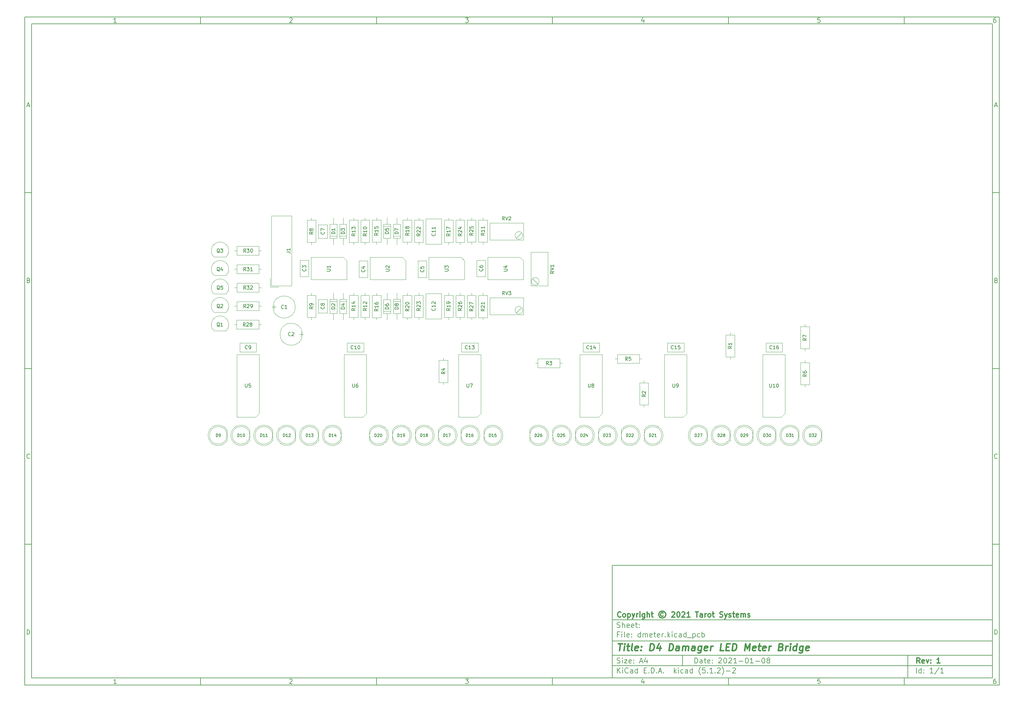
<source format=gbr>
G04 #@! TF.GenerationSoftware,KiCad,Pcbnew,(5.1.2)-2*
G04 #@! TF.CreationDate,2021-01-08T22:33:22+00:00*
G04 #@! TF.ProjectId,dmeter,646d6574-6572-42e6-9b69-6361645f7063,1*
G04 #@! TF.SameCoordinates,PX365c040PY7fcad80*
G04 #@! TF.FileFunction,Other,Fab,Top*
%FSLAX46Y46*%
G04 Gerber Fmt 4.6, Leading zero omitted, Abs format (unit mm)*
G04 Created by KiCad (PCBNEW (5.1.2)-2) date 2021-01-08 22:33:22*
%MOMM*%
%LPD*%
G04 APERTURE LIST*
%ADD10C,0.100000*%
%ADD11C,0.150000*%
%ADD12C,0.300000*%
%ADD13C,0.400000*%
%ADD14C,0.200000*%
G04 APERTURE END LIST*
D10*
D11*
X120002200Y-32007200D02*
X120002200Y-64007200D01*
X228002200Y-64007200D01*
X228002200Y-32007200D01*
X120002200Y-32007200D01*
D10*
D11*
X-47000000Y124000000D02*
X-47000000Y-66007200D01*
X230002200Y-66007200D01*
X230002200Y124000000D01*
X-47000000Y124000000D01*
D10*
D11*
X-45000000Y122000000D02*
X-45000000Y-64007200D01*
X228002200Y-64007200D01*
X228002200Y122000000D01*
X-45000000Y122000000D01*
D10*
D11*
X3000000Y122000000D02*
X3000000Y124000000D01*
D10*
D11*
X53000000Y122000000D02*
X53000000Y124000000D01*
D10*
D11*
X103000000Y122000000D02*
X103000000Y124000000D01*
D10*
D11*
X153000000Y122000000D02*
X153000000Y124000000D01*
D10*
D11*
X203000000Y122000000D02*
X203000000Y124000000D01*
D10*
D11*
X-20934524Y122411905D02*
X-21677381Y122411905D01*
X-21305953Y122411905D02*
X-21305953Y123711905D01*
X-21429762Y123526191D01*
X-21553572Y123402381D01*
X-21677381Y123340477D01*
D10*
D11*
X28322619Y123588096D02*
X28384523Y123650000D01*
X28508333Y123711905D01*
X28817857Y123711905D01*
X28941666Y123650000D01*
X29003571Y123588096D01*
X29065476Y123464286D01*
X29065476Y123340477D01*
X29003571Y123154762D01*
X28260714Y122411905D01*
X29065476Y122411905D01*
D10*
D11*
X78260714Y123711905D02*
X79065476Y123711905D01*
X78632142Y123216667D01*
X78817857Y123216667D01*
X78941666Y123154762D01*
X79003571Y123092858D01*
X79065476Y122969048D01*
X79065476Y122659524D01*
X79003571Y122535715D01*
X78941666Y122473810D01*
X78817857Y122411905D01*
X78446428Y122411905D01*
X78322619Y122473810D01*
X78260714Y122535715D01*
D10*
D11*
X128941666Y123278572D02*
X128941666Y122411905D01*
X128632142Y123773810D02*
X128322619Y122845239D01*
X129127380Y122845239D01*
D10*
D11*
X179003571Y123711905D02*
X178384523Y123711905D01*
X178322619Y123092858D01*
X178384523Y123154762D01*
X178508333Y123216667D01*
X178817857Y123216667D01*
X178941666Y123154762D01*
X179003571Y123092858D01*
X179065476Y122969048D01*
X179065476Y122659524D01*
X179003571Y122535715D01*
X178941666Y122473810D01*
X178817857Y122411905D01*
X178508333Y122411905D01*
X178384523Y122473810D01*
X178322619Y122535715D01*
D10*
D11*
X228941666Y123711905D02*
X228694047Y123711905D01*
X228570238Y123650000D01*
X228508333Y123588096D01*
X228384523Y123402381D01*
X228322619Y123154762D01*
X228322619Y122659524D01*
X228384523Y122535715D01*
X228446428Y122473810D01*
X228570238Y122411905D01*
X228817857Y122411905D01*
X228941666Y122473810D01*
X229003571Y122535715D01*
X229065476Y122659524D01*
X229065476Y122969048D01*
X229003571Y123092858D01*
X228941666Y123154762D01*
X228817857Y123216667D01*
X228570238Y123216667D01*
X228446428Y123154762D01*
X228384523Y123092858D01*
X228322619Y122969048D01*
D10*
D11*
X3000000Y-64007200D02*
X3000000Y-66007200D01*
D10*
D11*
X53000000Y-64007200D02*
X53000000Y-66007200D01*
D10*
D11*
X103000000Y-64007200D02*
X103000000Y-66007200D01*
D10*
D11*
X153000000Y-64007200D02*
X153000000Y-66007200D01*
D10*
D11*
X203000000Y-64007200D02*
X203000000Y-66007200D01*
D10*
D11*
X-20934524Y-65595295D02*
X-21677381Y-65595295D01*
X-21305953Y-65595295D02*
X-21305953Y-64295295D01*
X-21429762Y-64481009D01*
X-21553572Y-64604819D01*
X-21677381Y-64666723D01*
D10*
D11*
X28322619Y-64419104D02*
X28384523Y-64357200D01*
X28508333Y-64295295D01*
X28817857Y-64295295D01*
X28941666Y-64357200D01*
X29003571Y-64419104D01*
X29065476Y-64542914D01*
X29065476Y-64666723D01*
X29003571Y-64852438D01*
X28260714Y-65595295D01*
X29065476Y-65595295D01*
D10*
D11*
X78260714Y-64295295D02*
X79065476Y-64295295D01*
X78632142Y-64790533D01*
X78817857Y-64790533D01*
X78941666Y-64852438D01*
X79003571Y-64914342D01*
X79065476Y-65038152D01*
X79065476Y-65347676D01*
X79003571Y-65471485D01*
X78941666Y-65533390D01*
X78817857Y-65595295D01*
X78446428Y-65595295D01*
X78322619Y-65533390D01*
X78260714Y-65471485D01*
D10*
D11*
X128941666Y-64728628D02*
X128941666Y-65595295D01*
X128632142Y-64233390D02*
X128322619Y-65161961D01*
X129127380Y-65161961D01*
D10*
D11*
X179003571Y-64295295D02*
X178384523Y-64295295D01*
X178322619Y-64914342D01*
X178384523Y-64852438D01*
X178508333Y-64790533D01*
X178817857Y-64790533D01*
X178941666Y-64852438D01*
X179003571Y-64914342D01*
X179065476Y-65038152D01*
X179065476Y-65347676D01*
X179003571Y-65471485D01*
X178941666Y-65533390D01*
X178817857Y-65595295D01*
X178508333Y-65595295D01*
X178384523Y-65533390D01*
X178322619Y-65471485D01*
D10*
D11*
X228941666Y-64295295D02*
X228694047Y-64295295D01*
X228570238Y-64357200D01*
X228508333Y-64419104D01*
X228384523Y-64604819D01*
X228322619Y-64852438D01*
X228322619Y-65347676D01*
X228384523Y-65471485D01*
X228446428Y-65533390D01*
X228570238Y-65595295D01*
X228817857Y-65595295D01*
X228941666Y-65533390D01*
X229003571Y-65471485D01*
X229065476Y-65347676D01*
X229065476Y-65038152D01*
X229003571Y-64914342D01*
X228941666Y-64852438D01*
X228817857Y-64790533D01*
X228570238Y-64790533D01*
X228446428Y-64852438D01*
X228384523Y-64914342D01*
X228322619Y-65038152D01*
D10*
D11*
X-47000000Y74000000D02*
X-45000000Y74000000D01*
D10*
D11*
X-47000000Y24000000D02*
X-45000000Y24000000D01*
D10*
D11*
X-47000000Y-26000000D02*
X-45000000Y-26000000D01*
D10*
D11*
X-46309524Y98783334D02*
X-45690477Y98783334D01*
X-46433334Y98411905D02*
X-46000000Y99711905D01*
X-45566667Y98411905D01*
D10*
D11*
X-45907143Y49092858D02*
X-45721429Y49030953D01*
X-45659524Y48969048D01*
X-45597620Y48845239D01*
X-45597620Y48659524D01*
X-45659524Y48535715D01*
X-45721429Y48473810D01*
X-45845239Y48411905D01*
X-46340477Y48411905D01*
X-46340477Y49711905D01*
X-45907143Y49711905D01*
X-45783334Y49650000D01*
X-45721429Y49588096D01*
X-45659524Y49464286D01*
X-45659524Y49340477D01*
X-45721429Y49216667D01*
X-45783334Y49154762D01*
X-45907143Y49092858D01*
X-46340477Y49092858D01*
D10*
D11*
X-45597620Y-1464285D02*
X-45659524Y-1526190D01*
X-45845239Y-1588095D01*
X-45969048Y-1588095D01*
X-46154762Y-1526190D01*
X-46278572Y-1402380D01*
X-46340477Y-1278571D01*
X-46402381Y-1030952D01*
X-46402381Y-845238D01*
X-46340477Y-597619D01*
X-46278572Y-473809D01*
X-46154762Y-350000D01*
X-45969048Y-288095D01*
X-45845239Y-288095D01*
X-45659524Y-350000D01*
X-45597620Y-411904D01*
D10*
D11*
X-46340477Y-51588095D02*
X-46340477Y-50288095D01*
X-46030953Y-50288095D01*
X-45845239Y-50350000D01*
X-45721429Y-50473809D01*
X-45659524Y-50597619D01*
X-45597620Y-50845238D01*
X-45597620Y-51030952D01*
X-45659524Y-51278571D01*
X-45721429Y-51402380D01*
X-45845239Y-51526190D01*
X-46030953Y-51588095D01*
X-46340477Y-51588095D01*
D10*
D11*
X230002200Y74000000D02*
X228002200Y74000000D01*
D10*
D11*
X230002200Y24000000D02*
X228002200Y24000000D01*
D10*
D11*
X230002200Y-26000000D02*
X228002200Y-26000000D01*
D10*
D11*
X228692676Y98783334D02*
X229311723Y98783334D01*
X228568866Y98411905D02*
X229002200Y99711905D01*
X229435533Y98411905D01*
D10*
D11*
X229095057Y49092858D02*
X229280771Y49030953D01*
X229342676Y48969048D01*
X229404580Y48845239D01*
X229404580Y48659524D01*
X229342676Y48535715D01*
X229280771Y48473810D01*
X229156961Y48411905D01*
X228661723Y48411905D01*
X228661723Y49711905D01*
X229095057Y49711905D01*
X229218866Y49650000D01*
X229280771Y49588096D01*
X229342676Y49464286D01*
X229342676Y49340477D01*
X229280771Y49216667D01*
X229218866Y49154762D01*
X229095057Y49092858D01*
X228661723Y49092858D01*
D10*
D11*
X229404580Y-1464285D02*
X229342676Y-1526190D01*
X229156961Y-1588095D01*
X229033152Y-1588095D01*
X228847438Y-1526190D01*
X228723628Y-1402380D01*
X228661723Y-1278571D01*
X228599819Y-1030952D01*
X228599819Y-845238D01*
X228661723Y-597619D01*
X228723628Y-473809D01*
X228847438Y-350000D01*
X229033152Y-288095D01*
X229156961Y-288095D01*
X229342676Y-350000D01*
X229404580Y-411904D01*
D10*
D11*
X228661723Y-51588095D02*
X228661723Y-50288095D01*
X228971247Y-50288095D01*
X229156961Y-50350000D01*
X229280771Y-50473809D01*
X229342676Y-50597619D01*
X229404580Y-50845238D01*
X229404580Y-51030952D01*
X229342676Y-51278571D01*
X229280771Y-51402380D01*
X229156961Y-51526190D01*
X228971247Y-51588095D01*
X228661723Y-51588095D01*
D10*
D11*
X143434342Y-59785771D02*
X143434342Y-58285771D01*
X143791485Y-58285771D01*
X144005771Y-58357200D01*
X144148628Y-58500057D01*
X144220057Y-58642914D01*
X144291485Y-58928628D01*
X144291485Y-59142914D01*
X144220057Y-59428628D01*
X144148628Y-59571485D01*
X144005771Y-59714342D01*
X143791485Y-59785771D01*
X143434342Y-59785771D01*
X145577200Y-59785771D02*
X145577200Y-59000057D01*
X145505771Y-58857200D01*
X145362914Y-58785771D01*
X145077200Y-58785771D01*
X144934342Y-58857200D01*
X145577200Y-59714342D02*
X145434342Y-59785771D01*
X145077200Y-59785771D01*
X144934342Y-59714342D01*
X144862914Y-59571485D01*
X144862914Y-59428628D01*
X144934342Y-59285771D01*
X145077200Y-59214342D01*
X145434342Y-59214342D01*
X145577200Y-59142914D01*
X146077200Y-58785771D02*
X146648628Y-58785771D01*
X146291485Y-58285771D02*
X146291485Y-59571485D01*
X146362914Y-59714342D01*
X146505771Y-59785771D01*
X146648628Y-59785771D01*
X147720057Y-59714342D02*
X147577200Y-59785771D01*
X147291485Y-59785771D01*
X147148628Y-59714342D01*
X147077200Y-59571485D01*
X147077200Y-59000057D01*
X147148628Y-58857200D01*
X147291485Y-58785771D01*
X147577200Y-58785771D01*
X147720057Y-58857200D01*
X147791485Y-59000057D01*
X147791485Y-59142914D01*
X147077200Y-59285771D01*
X148434342Y-59642914D02*
X148505771Y-59714342D01*
X148434342Y-59785771D01*
X148362914Y-59714342D01*
X148434342Y-59642914D01*
X148434342Y-59785771D01*
X148434342Y-58857200D02*
X148505771Y-58928628D01*
X148434342Y-59000057D01*
X148362914Y-58928628D01*
X148434342Y-58857200D01*
X148434342Y-59000057D01*
X150220057Y-58428628D02*
X150291485Y-58357200D01*
X150434342Y-58285771D01*
X150791485Y-58285771D01*
X150934342Y-58357200D01*
X151005771Y-58428628D01*
X151077200Y-58571485D01*
X151077200Y-58714342D01*
X151005771Y-58928628D01*
X150148628Y-59785771D01*
X151077200Y-59785771D01*
X152005771Y-58285771D02*
X152148628Y-58285771D01*
X152291485Y-58357200D01*
X152362914Y-58428628D01*
X152434342Y-58571485D01*
X152505771Y-58857200D01*
X152505771Y-59214342D01*
X152434342Y-59500057D01*
X152362914Y-59642914D01*
X152291485Y-59714342D01*
X152148628Y-59785771D01*
X152005771Y-59785771D01*
X151862914Y-59714342D01*
X151791485Y-59642914D01*
X151720057Y-59500057D01*
X151648628Y-59214342D01*
X151648628Y-58857200D01*
X151720057Y-58571485D01*
X151791485Y-58428628D01*
X151862914Y-58357200D01*
X152005771Y-58285771D01*
X153077200Y-58428628D02*
X153148628Y-58357200D01*
X153291485Y-58285771D01*
X153648628Y-58285771D01*
X153791485Y-58357200D01*
X153862914Y-58428628D01*
X153934342Y-58571485D01*
X153934342Y-58714342D01*
X153862914Y-58928628D01*
X153005771Y-59785771D01*
X153934342Y-59785771D01*
X155362914Y-59785771D02*
X154505771Y-59785771D01*
X154934342Y-59785771D02*
X154934342Y-58285771D01*
X154791485Y-58500057D01*
X154648628Y-58642914D01*
X154505771Y-58714342D01*
X156005771Y-59214342D02*
X157148628Y-59214342D01*
X158148628Y-58285771D02*
X158291485Y-58285771D01*
X158434342Y-58357200D01*
X158505771Y-58428628D01*
X158577200Y-58571485D01*
X158648628Y-58857200D01*
X158648628Y-59214342D01*
X158577200Y-59500057D01*
X158505771Y-59642914D01*
X158434342Y-59714342D01*
X158291485Y-59785771D01*
X158148628Y-59785771D01*
X158005771Y-59714342D01*
X157934342Y-59642914D01*
X157862914Y-59500057D01*
X157791485Y-59214342D01*
X157791485Y-58857200D01*
X157862914Y-58571485D01*
X157934342Y-58428628D01*
X158005771Y-58357200D01*
X158148628Y-58285771D01*
X160077200Y-59785771D02*
X159220057Y-59785771D01*
X159648628Y-59785771D02*
X159648628Y-58285771D01*
X159505771Y-58500057D01*
X159362914Y-58642914D01*
X159220057Y-58714342D01*
X160720057Y-59214342D02*
X161862914Y-59214342D01*
X162862914Y-58285771D02*
X163005771Y-58285771D01*
X163148628Y-58357200D01*
X163220057Y-58428628D01*
X163291485Y-58571485D01*
X163362914Y-58857200D01*
X163362914Y-59214342D01*
X163291485Y-59500057D01*
X163220057Y-59642914D01*
X163148628Y-59714342D01*
X163005771Y-59785771D01*
X162862914Y-59785771D01*
X162720057Y-59714342D01*
X162648628Y-59642914D01*
X162577200Y-59500057D01*
X162505771Y-59214342D01*
X162505771Y-58857200D01*
X162577200Y-58571485D01*
X162648628Y-58428628D01*
X162720057Y-58357200D01*
X162862914Y-58285771D01*
X164220057Y-58928628D02*
X164077200Y-58857200D01*
X164005771Y-58785771D01*
X163934342Y-58642914D01*
X163934342Y-58571485D01*
X164005771Y-58428628D01*
X164077200Y-58357200D01*
X164220057Y-58285771D01*
X164505771Y-58285771D01*
X164648628Y-58357200D01*
X164720057Y-58428628D01*
X164791485Y-58571485D01*
X164791485Y-58642914D01*
X164720057Y-58785771D01*
X164648628Y-58857200D01*
X164505771Y-58928628D01*
X164220057Y-58928628D01*
X164077200Y-59000057D01*
X164005771Y-59071485D01*
X163934342Y-59214342D01*
X163934342Y-59500057D01*
X164005771Y-59642914D01*
X164077200Y-59714342D01*
X164220057Y-59785771D01*
X164505771Y-59785771D01*
X164648628Y-59714342D01*
X164720057Y-59642914D01*
X164791485Y-59500057D01*
X164791485Y-59214342D01*
X164720057Y-59071485D01*
X164648628Y-59000057D01*
X164505771Y-58928628D01*
D10*
D11*
X120002200Y-60507200D02*
X228002200Y-60507200D01*
D10*
D11*
X121434342Y-62585771D02*
X121434342Y-61085771D01*
X122291485Y-62585771D02*
X121648628Y-61728628D01*
X122291485Y-61085771D02*
X121434342Y-61942914D01*
X122934342Y-62585771D02*
X122934342Y-61585771D01*
X122934342Y-61085771D02*
X122862914Y-61157200D01*
X122934342Y-61228628D01*
X123005771Y-61157200D01*
X122934342Y-61085771D01*
X122934342Y-61228628D01*
X124505771Y-62442914D02*
X124434342Y-62514342D01*
X124220057Y-62585771D01*
X124077200Y-62585771D01*
X123862914Y-62514342D01*
X123720057Y-62371485D01*
X123648628Y-62228628D01*
X123577200Y-61942914D01*
X123577200Y-61728628D01*
X123648628Y-61442914D01*
X123720057Y-61300057D01*
X123862914Y-61157200D01*
X124077200Y-61085771D01*
X124220057Y-61085771D01*
X124434342Y-61157200D01*
X124505771Y-61228628D01*
X125791485Y-62585771D02*
X125791485Y-61800057D01*
X125720057Y-61657200D01*
X125577200Y-61585771D01*
X125291485Y-61585771D01*
X125148628Y-61657200D01*
X125791485Y-62514342D02*
X125648628Y-62585771D01*
X125291485Y-62585771D01*
X125148628Y-62514342D01*
X125077200Y-62371485D01*
X125077200Y-62228628D01*
X125148628Y-62085771D01*
X125291485Y-62014342D01*
X125648628Y-62014342D01*
X125791485Y-61942914D01*
X127148628Y-62585771D02*
X127148628Y-61085771D01*
X127148628Y-62514342D02*
X127005771Y-62585771D01*
X126720057Y-62585771D01*
X126577200Y-62514342D01*
X126505771Y-62442914D01*
X126434342Y-62300057D01*
X126434342Y-61871485D01*
X126505771Y-61728628D01*
X126577200Y-61657200D01*
X126720057Y-61585771D01*
X127005771Y-61585771D01*
X127148628Y-61657200D01*
X129005771Y-61800057D02*
X129505771Y-61800057D01*
X129720057Y-62585771D02*
X129005771Y-62585771D01*
X129005771Y-61085771D01*
X129720057Y-61085771D01*
X130362914Y-62442914D02*
X130434342Y-62514342D01*
X130362914Y-62585771D01*
X130291485Y-62514342D01*
X130362914Y-62442914D01*
X130362914Y-62585771D01*
X131077200Y-62585771D02*
X131077200Y-61085771D01*
X131434342Y-61085771D01*
X131648628Y-61157200D01*
X131791485Y-61300057D01*
X131862914Y-61442914D01*
X131934342Y-61728628D01*
X131934342Y-61942914D01*
X131862914Y-62228628D01*
X131791485Y-62371485D01*
X131648628Y-62514342D01*
X131434342Y-62585771D01*
X131077200Y-62585771D01*
X132577200Y-62442914D02*
X132648628Y-62514342D01*
X132577200Y-62585771D01*
X132505771Y-62514342D01*
X132577200Y-62442914D01*
X132577200Y-62585771D01*
X133220057Y-62157200D02*
X133934342Y-62157200D01*
X133077200Y-62585771D02*
X133577200Y-61085771D01*
X134077200Y-62585771D01*
X134577200Y-62442914D02*
X134648628Y-62514342D01*
X134577200Y-62585771D01*
X134505771Y-62514342D01*
X134577200Y-62442914D01*
X134577200Y-62585771D01*
X137577200Y-62585771D02*
X137577200Y-61085771D01*
X137720057Y-62014342D02*
X138148628Y-62585771D01*
X138148628Y-61585771D02*
X137577200Y-62157200D01*
X138791485Y-62585771D02*
X138791485Y-61585771D01*
X138791485Y-61085771D02*
X138720057Y-61157200D01*
X138791485Y-61228628D01*
X138862914Y-61157200D01*
X138791485Y-61085771D01*
X138791485Y-61228628D01*
X140148628Y-62514342D02*
X140005771Y-62585771D01*
X139720057Y-62585771D01*
X139577200Y-62514342D01*
X139505771Y-62442914D01*
X139434342Y-62300057D01*
X139434342Y-61871485D01*
X139505771Y-61728628D01*
X139577200Y-61657200D01*
X139720057Y-61585771D01*
X140005771Y-61585771D01*
X140148628Y-61657200D01*
X141434342Y-62585771D02*
X141434342Y-61800057D01*
X141362914Y-61657200D01*
X141220057Y-61585771D01*
X140934342Y-61585771D01*
X140791485Y-61657200D01*
X141434342Y-62514342D02*
X141291485Y-62585771D01*
X140934342Y-62585771D01*
X140791485Y-62514342D01*
X140720057Y-62371485D01*
X140720057Y-62228628D01*
X140791485Y-62085771D01*
X140934342Y-62014342D01*
X141291485Y-62014342D01*
X141434342Y-61942914D01*
X142791485Y-62585771D02*
X142791485Y-61085771D01*
X142791485Y-62514342D02*
X142648628Y-62585771D01*
X142362914Y-62585771D01*
X142220057Y-62514342D01*
X142148628Y-62442914D01*
X142077200Y-62300057D01*
X142077200Y-61871485D01*
X142148628Y-61728628D01*
X142220057Y-61657200D01*
X142362914Y-61585771D01*
X142648628Y-61585771D01*
X142791485Y-61657200D01*
X145077200Y-63157200D02*
X145005771Y-63085771D01*
X144862914Y-62871485D01*
X144791485Y-62728628D01*
X144720057Y-62514342D01*
X144648628Y-62157200D01*
X144648628Y-61871485D01*
X144720057Y-61514342D01*
X144791485Y-61300057D01*
X144862914Y-61157200D01*
X145005771Y-60942914D01*
X145077200Y-60871485D01*
X146362914Y-61085771D02*
X145648628Y-61085771D01*
X145577200Y-61800057D01*
X145648628Y-61728628D01*
X145791485Y-61657200D01*
X146148628Y-61657200D01*
X146291485Y-61728628D01*
X146362914Y-61800057D01*
X146434342Y-61942914D01*
X146434342Y-62300057D01*
X146362914Y-62442914D01*
X146291485Y-62514342D01*
X146148628Y-62585771D01*
X145791485Y-62585771D01*
X145648628Y-62514342D01*
X145577200Y-62442914D01*
X147077200Y-62442914D02*
X147148628Y-62514342D01*
X147077200Y-62585771D01*
X147005771Y-62514342D01*
X147077200Y-62442914D01*
X147077200Y-62585771D01*
X148577200Y-62585771D02*
X147720057Y-62585771D01*
X148148628Y-62585771D02*
X148148628Y-61085771D01*
X148005771Y-61300057D01*
X147862914Y-61442914D01*
X147720057Y-61514342D01*
X149220057Y-62442914D02*
X149291485Y-62514342D01*
X149220057Y-62585771D01*
X149148628Y-62514342D01*
X149220057Y-62442914D01*
X149220057Y-62585771D01*
X149862914Y-61228628D02*
X149934342Y-61157200D01*
X150077200Y-61085771D01*
X150434342Y-61085771D01*
X150577200Y-61157200D01*
X150648628Y-61228628D01*
X150720057Y-61371485D01*
X150720057Y-61514342D01*
X150648628Y-61728628D01*
X149791485Y-62585771D01*
X150720057Y-62585771D01*
X151220057Y-63157200D02*
X151291485Y-63085771D01*
X151434342Y-62871485D01*
X151505771Y-62728628D01*
X151577200Y-62514342D01*
X151648628Y-62157200D01*
X151648628Y-61871485D01*
X151577200Y-61514342D01*
X151505771Y-61300057D01*
X151434342Y-61157200D01*
X151291485Y-60942914D01*
X151220057Y-60871485D01*
X152362914Y-62014342D02*
X153505771Y-62014342D01*
X154148628Y-61228628D02*
X154220057Y-61157200D01*
X154362914Y-61085771D01*
X154720057Y-61085771D01*
X154862914Y-61157200D01*
X154934342Y-61228628D01*
X155005771Y-61371485D01*
X155005771Y-61514342D01*
X154934342Y-61728628D01*
X154077200Y-62585771D01*
X155005771Y-62585771D01*
D10*
D11*
X120002200Y-57507200D02*
X228002200Y-57507200D01*
D10*
D12*
X207411485Y-59785771D02*
X206911485Y-59071485D01*
X206554342Y-59785771D02*
X206554342Y-58285771D01*
X207125771Y-58285771D01*
X207268628Y-58357200D01*
X207340057Y-58428628D01*
X207411485Y-58571485D01*
X207411485Y-58785771D01*
X207340057Y-58928628D01*
X207268628Y-59000057D01*
X207125771Y-59071485D01*
X206554342Y-59071485D01*
X208625771Y-59714342D02*
X208482914Y-59785771D01*
X208197200Y-59785771D01*
X208054342Y-59714342D01*
X207982914Y-59571485D01*
X207982914Y-59000057D01*
X208054342Y-58857200D01*
X208197200Y-58785771D01*
X208482914Y-58785771D01*
X208625771Y-58857200D01*
X208697200Y-59000057D01*
X208697200Y-59142914D01*
X207982914Y-59285771D01*
X209197200Y-58785771D02*
X209554342Y-59785771D01*
X209911485Y-58785771D01*
X210482914Y-59642914D02*
X210554342Y-59714342D01*
X210482914Y-59785771D01*
X210411485Y-59714342D01*
X210482914Y-59642914D01*
X210482914Y-59785771D01*
X210482914Y-58857200D02*
X210554342Y-58928628D01*
X210482914Y-59000057D01*
X210411485Y-58928628D01*
X210482914Y-58857200D01*
X210482914Y-59000057D01*
X213125771Y-59785771D02*
X212268628Y-59785771D01*
X212697200Y-59785771D02*
X212697200Y-58285771D01*
X212554342Y-58500057D01*
X212411485Y-58642914D01*
X212268628Y-58714342D01*
D10*
D11*
X121362914Y-59714342D02*
X121577200Y-59785771D01*
X121934342Y-59785771D01*
X122077200Y-59714342D01*
X122148628Y-59642914D01*
X122220057Y-59500057D01*
X122220057Y-59357200D01*
X122148628Y-59214342D01*
X122077200Y-59142914D01*
X121934342Y-59071485D01*
X121648628Y-59000057D01*
X121505771Y-58928628D01*
X121434342Y-58857200D01*
X121362914Y-58714342D01*
X121362914Y-58571485D01*
X121434342Y-58428628D01*
X121505771Y-58357200D01*
X121648628Y-58285771D01*
X122005771Y-58285771D01*
X122220057Y-58357200D01*
X122862914Y-59785771D02*
X122862914Y-58785771D01*
X122862914Y-58285771D02*
X122791485Y-58357200D01*
X122862914Y-58428628D01*
X122934342Y-58357200D01*
X122862914Y-58285771D01*
X122862914Y-58428628D01*
X123434342Y-58785771D02*
X124220057Y-58785771D01*
X123434342Y-59785771D01*
X124220057Y-59785771D01*
X125362914Y-59714342D02*
X125220057Y-59785771D01*
X124934342Y-59785771D01*
X124791485Y-59714342D01*
X124720057Y-59571485D01*
X124720057Y-59000057D01*
X124791485Y-58857200D01*
X124934342Y-58785771D01*
X125220057Y-58785771D01*
X125362914Y-58857200D01*
X125434342Y-59000057D01*
X125434342Y-59142914D01*
X124720057Y-59285771D01*
X126077200Y-59642914D02*
X126148628Y-59714342D01*
X126077200Y-59785771D01*
X126005771Y-59714342D01*
X126077200Y-59642914D01*
X126077200Y-59785771D01*
X126077200Y-58857200D02*
X126148628Y-58928628D01*
X126077200Y-59000057D01*
X126005771Y-58928628D01*
X126077200Y-58857200D01*
X126077200Y-59000057D01*
X127862914Y-59357200D02*
X128577200Y-59357200D01*
X127720057Y-59785771D02*
X128220057Y-58285771D01*
X128720057Y-59785771D01*
X129862914Y-58785771D02*
X129862914Y-59785771D01*
X129505771Y-58214342D02*
X129148628Y-59285771D01*
X130077200Y-59285771D01*
D10*
D11*
X206434342Y-62585771D02*
X206434342Y-61085771D01*
X207791485Y-62585771D02*
X207791485Y-61085771D01*
X207791485Y-62514342D02*
X207648628Y-62585771D01*
X207362914Y-62585771D01*
X207220057Y-62514342D01*
X207148628Y-62442914D01*
X207077200Y-62300057D01*
X207077200Y-61871485D01*
X207148628Y-61728628D01*
X207220057Y-61657200D01*
X207362914Y-61585771D01*
X207648628Y-61585771D01*
X207791485Y-61657200D01*
X208505771Y-62442914D02*
X208577200Y-62514342D01*
X208505771Y-62585771D01*
X208434342Y-62514342D01*
X208505771Y-62442914D01*
X208505771Y-62585771D01*
X208505771Y-61657200D02*
X208577200Y-61728628D01*
X208505771Y-61800057D01*
X208434342Y-61728628D01*
X208505771Y-61657200D01*
X208505771Y-61800057D01*
X211148628Y-62585771D02*
X210291485Y-62585771D01*
X210720057Y-62585771D02*
X210720057Y-61085771D01*
X210577200Y-61300057D01*
X210434342Y-61442914D01*
X210291485Y-61514342D01*
X212862914Y-61014342D02*
X211577200Y-62942914D01*
X214148628Y-62585771D02*
X213291485Y-62585771D01*
X213720057Y-62585771D02*
X213720057Y-61085771D01*
X213577200Y-61300057D01*
X213434342Y-61442914D01*
X213291485Y-61514342D01*
D10*
D11*
X120002200Y-53507200D02*
X228002200Y-53507200D01*
D10*
D13*
X121714580Y-54211961D02*
X122857438Y-54211961D01*
X122036009Y-56211961D02*
X122286009Y-54211961D01*
X123274104Y-56211961D02*
X123440771Y-54878628D01*
X123524104Y-54211961D02*
X123416961Y-54307200D01*
X123500295Y-54402438D01*
X123607438Y-54307200D01*
X123524104Y-54211961D01*
X123500295Y-54402438D01*
X124107438Y-54878628D02*
X124869342Y-54878628D01*
X124476485Y-54211961D02*
X124262200Y-55926247D01*
X124333628Y-56116723D01*
X124512200Y-56211961D01*
X124702676Y-56211961D01*
X125655057Y-56211961D02*
X125476485Y-56116723D01*
X125405057Y-55926247D01*
X125619342Y-54211961D01*
X127190771Y-56116723D02*
X126988390Y-56211961D01*
X126607438Y-56211961D01*
X126428866Y-56116723D01*
X126357438Y-55926247D01*
X126452676Y-55164342D01*
X126571723Y-54973866D01*
X126774104Y-54878628D01*
X127155057Y-54878628D01*
X127333628Y-54973866D01*
X127405057Y-55164342D01*
X127381247Y-55354819D01*
X126405057Y-55545295D01*
X128155057Y-56021485D02*
X128238390Y-56116723D01*
X128131247Y-56211961D01*
X128047914Y-56116723D01*
X128155057Y-56021485D01*
X128131247Y-56211961D01*
X128286009Y-54973866D02*
X128369342Y-55069104D01*
X128262200Y-55164342D01*
X128178866Y-55069104D01*
X128286009Y-54973866D01*
X128262200Y-55164342D01*
X130607438Y-56211961D02*
X130857438Y-54211961D01*
X131333628Y-54211961D01*
X131607438Y-54307200D01*
X131774104Y-54497676D01*
X131845533Y-54688152D01*
X131893152Y-55069104D01*
X131857438Y-55354819D01*
X131714580Y-55735771D01*
X131595533Y-55926247D01*
X131381247Y-56116723D01*
X131083628Y-56211961D01*
X130607438Y-56211961D01*
X133631247Y-54878628D02*
X133464580Y-56211961D01*
X133250295Y-54116723D02*
X132595533Y-55545295D01*
X133833628Y-55545295D01*
X136036009Y-56211961D02*
X136286009Y-54211961D01*
X136762200Y-54211961D01*
X137036009Y-54307200D01*
X137202676Y-54497676D01*
X137274104Y-54688152D01*
X137321723Y-55069104D01*
X137286009Y-55354819D01*
X137143152Y-55735771D01*
X137024104Y-55926247D01*
X136809819Y-56116723D01*
X136512200Y-56211961D01*
X136036009Y-56211961D01*
X138893152Y-56211961D02*
X139024104Y-55164342D01*
X138952676Y-54973866D01*
X138774104Y-54878628D01*
X138393152Y-54878628D01*
X138190771Y-54973866D01*
X138905057Y-56116723D02*
X138702676Y-56211961D01*
X138226485Y-56211961D01*
X138047914Y-56116723D01*
X137976485Y-55926247D01*
X138000295Y-55735771D01*
X138119342Y-55545295D01*
X138321723Y-55450057D01*
X138797914Y-55450057D01*
X139000295Y-55354819D01*
X139845533Y-56211961D02*
X140012200Y-54878628D01*
X139988390Y-55069104D02*
X140095533Y-54973866D01*
X140297914Y-54878628D01*
X140583628Y-54878628D01*
X140762200Y-54973866D01*
X140833628Y-55164342D01*
X140702676Y-56211961D01*
X140833628Y-55164342D02*
X140952676Y-54973866D01*
X141155057Y-54878628D01*
X141440771Y-54878628D01*
X141619342Y-54973866D01*
X141690771Y-55164342D01*
X141559819Y-56211961D01*
X143369342Y-56211961D02*
X143500295Y-55164342D01*
X143428866Y-54973866D01*
X143250295Y-54878628D01*
X142869342Y-54878628D01*
X142666961Y-54973866D01*
X143381247Y-56116723D02*
X143178866Y-56211961D01*
X142702676Y-56211961D01*
X142524104Y-56116723D01*
X142452676Y-55926247D01*
X142476485Y-55735771D01*
X142595533Y-55545295D01*
X142797914Y-55450057D01*
X143274104Y-55450057D01*
X143476485Y-55354819D01*
X145345533Y-54878628D02*
X145143152Y-56497676D01*
X145024104Y-56688152D01*
X144916961Y-56783390D01*
X144714580Y-56878628D01*
X144428866Y-56878628D01*
X144250295Y-56783390D01*
X145190771Y-56116723D02*
X144988390Y-56211961D01*
X144607438Y-56211961D01*
X144428866Y-56116723D01*
X144345533Y-56021485D01*
X144274104Y-55831009D01*
X144345533Y-55259580D01*
X144464580Y-55069104D01*
X144571723Y-54973866D01*
X144774104Y-54878628D01*
X145155057Y-54878628D01*
X145333628Y-54973866D01*
X146905057Y-56116723D02*
X146702676Y-56211961D01*
X146321723Y-56211961D01*
X146143152Y-56116723D01*
X146071723Y-55926247D01*
X146166961Y-55164342D01*
X146286009Y-54973866D01*
X146488390Y-54878628D01*
X146869342Y-54878628D01*
X147047914Y-54973866D01*
X147119342Y-55164342D01*
X147095533Y-55354819D01*
X146119342Y-55545295D01*
X147845533Y-56211961D02*
X148012200Y-54878628D01*
X147964580Y-55259580D02*
X148083628Y-55069104D01*
X148190771Y-54973866D01*
X148393152Y-54878628D01*
X148583628Y-54878628D01*
X151559819Y-56211961D02*
X150607438Y-56211961D01*
X150857438Y-54211961D01*
X152357438Y-55164342D02*
X153024104Y-55164342D01*
X153178866Y-56211961D02*
X152226485Y-56211961D01*
X152476485Y-54211961D01*
X153428866Y-54211961D01*
X154036009Y-56211961D02*
X154286009Y-54211961D01*
X154762200Y-54211961D01*
X155036009Y-54307200D01*
X155202676Y-54497676D01*
X155274104Y-54688152D01*
X155321723Y-55069104D01*
X155286009Y-55354819D01*
X155143152Y-55735771D01*
X155024104Y-55926247D01*
X154809819Y-56116723D01*
X154512200Y-56211961D01*
X154036009Y-56211961D01*
X157559819Y-56211961D02*
X157809819Y-54211961D01*
X158297914Y-55640533D01*
X159143152Y-54211961D01*
X158893152Y-56211961D01*
X160619342Y-56116723D02*
X160416961Y-56211961D01*
X160036009Y-56211961D01*
X159857438Y-56116723D01*
X159786009Y-55926247D01*
X159881247Y-55164342D01*
X160000295Y-54973866D01*
X160202676Y-54878628D01*
X160583628Y-54878628D01*
X160762200Y-54973866D01*
X160833628Y-55164342D01*
X160809819Y-55354819D01*
X159833628Y-55545295D01*
X161440771Y-54878628D02*
X162202676Y-54878628D01*
X161809819Y-54211961D02*
X161595533Y-55926247D01*
X161666961Y-56116723D01*
X161845533Y-56211961D01*
X162036009Y-56211961D01*
X163476485Y-56116723D02*
X163274104Y-56211961D01*
X162893152Y-56211961D01*
X162714580Y-56116723D01*
X162643152Y-55926247D01*
X162738390Y-55164342D01*
X162857438Y-54973866D01*
X163059819Y-54878628D01*
X163440771Y-54878628D01*
X163619342Y-54973866D01*
X163690771Y-55164342D01*
X163666961Y-55354819D01*
X162690771Y-55545295D01*
X164416961Y-56211961D02*
X164583628Y-54878628D01*
X164536009Y-55259580D02*
X164655057Y-55069104D01*
X164762200Y-54973866D01*
X164964580Y-54878628D01*
X165155057Y-54878628D01*
X167976485Y-55164342D02*
X168250295Y-55259580D01*
X168333628Y-55354819D01*
X168405057Y-55545295D01*
X168369342Y-55831009D01*
X168250295Y-56021485D01*
X168143152Y-56116723D01*
X167940771Y-56211961D01*
X167178866Y-56211961D01*
X167428866Y-54211961D01*
X168095533Y-54211961D01*
X168274104Y-54307200D01*
X168357438Y-54402438D01*
X168428866Y-54592914D01*
X168405057Y-54783390D01*
X168286009Y-54973866D01*
X168178866Y-55069104D01*
X167976485Y-55164342D01*
X167309819Y-55164342D01*
X169178866Y-56211961D02*
X169345533Y-54878628D01*
X169297914Y-55259580D02*
X169416961Y-55069104D01*
X169524104Y-54973866D01*
X169726485Y-54878628D01*
X169916961Y-54878628D01*
X170416961Y-56211961D02*
X170583628Y-54878628D01*
X170666961Y-54211961D02*
X170559819Y-54307200D01*
X170643152Y-54402438D01*
X170750295Y-54307200D01*
X170666961Y-54211961D01*
X170643152Y-54402438D01*
X172226485Y-56211961D02*
X172476485Y-54211961D01*
X172238390Y-56116723D02*
X172036009Y-56211961D01*
X171655057Y-56211961D01*
X171476485Y-56116723D01*
X171393152Y-56021485D01*
X171321723Y-55831009D01*
X171393152Y-55259580D01*
X171512200Y-55069104D01*
X171619342Y-54973866D01*
X171821723Y-54878628D01*
X172202676Y-54878628D01*
X172381247Y-54973866D01*
X174202676Y-54878628D02*
X174000295Y-56497676D01*
X173881247Y-56688152D01*
X173774104Y-56783390D01*
X173571723Y-56878628D01*
X173286009Y-56878628D01*
X173107438Y-56783390D01*
X174047914Y-56116723D02*
X173845533Y-56211961D01*
X173464580Y-56211961D01*
X173286009Y-56116723D01*
X173202676Y-56021485D01*
X173131247Y-55831009D01*
X173202676Y-55259580D01*
X173321723Y-55069104D01*
X173428866Y-54973866D01*
X173631247Y-54878628D01*
X174012200Y-54878628D01*
X174190771Y-54973866D01*
X175762200Y-56116723D02*
X175559819Y-56211961D01*
X175178866Y-56211961D01*
X175000295Y-56116723D01*
X174928866Y-55926247D01*
X175024104Y-55164342D01*
X175143152Y-54973866D01*
X175345533Y-54878628D01*
X175726485Y-54878628D01*
X175905057Y-54973866D01*
X175976485Y-55164342D01*
X175952676Y-55354819D01*
X174976485Y-55545295D01*
D10*
D11*
X121934342Y-51600057D02*
X121434342Y-51600057D01*
X121434342Y-52385771D02*
X121434342Y-50885771D01*
X122148628Y-50885771D01*
X122720057Y-52385771D02*
X122720057Y-51385771D01*
X122720057Y-50885771D02*
X122648628Y-50957200D01*
X122720057Y-51028628D01*
X122791485Y-50957200D01*
X122720057Y-50885771D01*
X122720057Y-51028628D01*
X123648628Y-52385771D02*
X123505771Y-52314342D01*
X123434342Y-52171485D01*
X123434342Y-50885771D01*
X124791485Y-52314342D02*
X124648628Y-52385771D01*
X124362914Y-52385771D01*
X124220057Y-52314342D01*
X124148628Y-52171485D01*
X124148628Y-51600057D01*
X124220057Y-51457200D01*
X124362914Y-51385771D01*
X124648628Y-51385771D01*
X124791485Y-51457200D01*
X124862914Y-51600057D01*
X124862914Y-51742914D01*
X124148628Y-51885771D01*
X125505771Y-52242914D02*
X125577200Y-52314342D01*
X125505771Y-52385771D01*
X125434342Y-52314342D01*
X125505771Y-52242914D01*
X125505771Y-52385771D01*
X125505771Y-51457200D02*
X125577200Y-51528628D01*
X125505771Y-51600057D01*
X125434342Y-51528628D01*
X125505771Y-51457200D01*
X125505771Y-51600057D01*
X128005771Y-52385771D02*
X128005771Y-50885771D01*
X128005771Y-52314342D02*
X127862914Y-52385771D01*
X127577200Y-52385771D01*
X127434342Y-52314342D01*
X127362914Y-52242914D01*
X127291485Y-52100057D01*
X127291485Y-51671485D01*
X127362914Y-51528628D01*
X127434342Y-51457200D01*
X127577200Y-51385771D01*
X127862914Y-51385771D01*
X128005771Y-51457200D01*
X128720057Y-52385771D02*
X128720057Y-51385771D01*
X128720057Y-51528628D02*
X128791485Y-51457200D01*
X128934342Y-51385771D01*
X129148628Y-51385771D01*
X129291485Y-51457200D01*
X129362914Y-51600057D01*
X129362914Y-52385771D01*
X129362914Y-51600057D02*
X129434342Y-51457200D01*
X129577200Y-51385771D01*
X129791485Y-51385771D01*
X129934342Y-51457200D01*
X130005771Y-51600057D01*
X130005771Y-52385771D01*
X131291485Y-52314342D02*
X131148628Y-52385771D01*
X130862914Y-52385771D01*
X130720057Y-52314342D01*
X130648628Y-52171485D01*
X130648628Y-51600057D01*
X130720057Y-51457200D01*
X130862914Y-51385771D01*
X131148628Y-51385771D01*
X131291485Y-51457200D01*
X131362914Y-51600057D01*
X131362914Y-51742914D01*
X130648628Y-51885771D01*
X131791485Y-51385771D02*
X132362914Y-51385771D01*
X132005771Y-50885771D02*
X132005771Y-52171485D01*
X132077200Y-52314342D01*
X132220057Y-52385771D01*
X132362914Y-52385771D01*
X133434342Y-52314342D02*
X133291485Y-52385771D01*
X133005771Y-52385771D01*
X132862914Y-52314342D01*
X132791485Y-52171485D01*
X132791485Y-51600057D01*
X132862914Y-51457200D01*
X133005771Y-51385771D01*
X133291485Y-51385771D01*
X133434342Y-51457200D01*
X133505771Y-51600057D01*
X133505771Y-51742914D01*
X132791485Y-51885771D01*
X134148628Y-52385771D02*
X134148628Y-51385771D01*
X134148628Y-51671485D02*
X134220057Y-51528628D01*
X134291485Y-51457200D01*
X134434342Y-51385771D01*
X134577200Y-51385771D01*
X135077200Y-52242914D02*
X135148628Y-52314342D01*
X135077200Y-52385771D01*
X135005771Y-52314342D01*
X135077200Y-52242914D01*
X135077200Y-52385771D01*
X135791485Y-52385771D02*
X135791485Y-50885771D01*
X135934342Y-51814342D02*
X136362914Y-52385771D01*
X136362914Y-51385771D02*
X135791485Y-51957200D01*
X137005771Y-52385771D02*
X137005771Y-51385771D01*
X137005771Y-50885771D02*
X136934342Y-50957200D01*
X137005771Y-51028628D01*
X137077200Y-50957200D01*
X137005771Y-50885771D01*
X137005771Y-51028628D01*
X138362914Y-52314342D02*
X138220057Y-52385771D01*
X137934342Y-52385771D01*
X137791485Y-52314342D01*
X137720057Y-52242914D01*
X137648628Y-52100057D01*
X137648628Y-51671485D01*
X137720057Y-51528628D01*
X137791485Y-51457200D01*
X137934342Y-51385771D01*
X138220057Y-51385771D01*
X138362914Y-51457200D01*
X139648628Y-52385771D02*
X139648628Y-51600057D01*
X139577200Y-51457200D01*
X139434342Y-51385771D01*
X139148628Y-51385771D01*
X139005771Y-51457200D01*
X139648628Y-52314342D02*
X139505771Y-52385771D01*
X139148628Y-52385771D01*
X139005771Y-52314342D01*
X138934342Y-52171485D01*
X138934342Y-52028628D01*
X139005771Y-51885771D01*
X139148628Y-51814342D01*
X139505771Y-51814342D01*
X139648628Y-51742914D01*
X141005771Y-52385771D02*
X141005771Y-50885771D01*
X141005771Y-52314342D02*
X140862914Y-52385771D01*
X140577200Y-52385771D01*
X140434342Y-52314342D01*
X140362914Y-52242914D01*
X140291485Y-52100057D01*
X140291485Y-51671485D01*
X140362914Y-51528628D01*
X140434342Y-51457200D01*
X140577200Y-51385771D01*
X140862914Y-51385771D01*
X141005771Y-51457200D01*
X141362914Y-52528628D02*
X142505771Y-52528628D01*
X142862914Y-51385771D02*
X142862914Y-52885771D01*
X142862914Y-51457200D02*
X143005771Y-51385771D01*
X143291485Y-51385771D01*
X143434342Y-51457200D01*
X143505771Y-51528628D01*
X143577200Y-51671485D01*
X143577200Y-52100057D01*
X143505771Y-52242914D01*
X143434342Y-52314342D01*
X143291485Y-52385771D01*
X143005771Y-52385771D01*
X142862914Y-52314342D01*
X144862914Y-52314342D02*
X144720057Y-52385771D01*
X144434342Y-52385771D01*
X144291485Y-52314342D01*
X144220057Y-52242914D01*
X144148628Y-52100057D01*
X144148628Y-51671485D01*
X144220057Y-51528628D01*
X144291485Y-51457200D01*
X144434342Y-51385771D01*
X144720057Y-51385771D01*
X144862914Y-51457200D01*
X145505771Y-52385771D02*
X145505771Y-50885771D01*
X145505771Y-51457200D02*
X145648628Y-51385771D01*
X145934342Y-51385771D01*
X146077200Y-51457200D01*
X146148628Y-51528628D01*
X146220057Y-51671485D01*
X146220057Y-52100057D01*
X146148628Y-52242914D01*
X146077200Y-52314342D01*
X145934342Y-52385771D01*
X145648628Y-52385771D01*
X145505771Y-52314342D01*
D10*
D11*
X120002200Y-47507200D02*
X228002200Y-47507200D01*
D10*
D11*
X121362914Y-49614342D02*
X121577200Y-49685771D01*
X121934342Y-49685771D01*
X122077200Y-49614342D01*
X122148628Y-49542914D01*
X122220057Y-49400057D01*
X122220057Y-49257200D01*
X122148628Y-49114342D01*
X122077200Y-49042914D01*
X121934342Y-48971485D01*
X121648628Y-48900057D01*
X121505771Y-48828628D01*
X121434342Y-48757200D01*
X121362914Y-48614342D01*
X121362914Y-48471485D01*
X121434342Y-48328628D01*
X121505771Y-48257200D01*
X121648628Y-48185771D01*
X122005771Y-48185771D01*
X122220057Y-48257200D01*
X122862914Y-49685771D02*
X122862914Y-48185771D01*
X123505771Y-49685771D02*
X123505771Y-48900057D01*
X123434342Y-48757200D01*
X123291485Y-48685771D01*
X123077200Y-48685771D01*
X122934342Y-48757200D01*
X122862914Y-48828628D01*
X124791485Y-49614342D02*
X124648628Y-49685771D01*
X124362914Y-49685771D01*
X124220057Y-49614342D01*
X124148628Y-49471485D01*
X124148628Y-48900057D01*
X124220057Y-48757200D01*
X124362914Y-48685771D01*
X124648628Y-48685771D01*
X124791485Y-48757200D01*
X124862914Y-48900057D01*
X124862914Y-49042914D01*
X124148628Y-49185771D01*
X126077200Y-49614342D02*
X125934342Y-49685771D01*
X125648628Y-49685771D01*
X125505771Y-49614342D01*
X125434342Y-49471485D01*
X125434342Y-48900057D01*
X125505771Y-48757200D01*
X125648628Y-48685771D01*
X125934342Y-48685771D01*
X126077200Y-48757200D01*
X126148628Y-48900057D01*
X126148628Y-49042914D01*
X125434342Y-49185771D01*
X126577200Y-48685771D02*
X127148628Y-48685771D01*
X126791485Y-48185771D02*
X126791485Y-49471485D01*
X126862914Y-49614342D01*
X127005771Y-49685771D01*
X127148628Y-49685771D01*
X127648628Y-49542914D02*
X127720057Y-49614342D01*
X127648628Y-49685771D01*
X127577200Y-49614342D01*
X127648628Y-49542914D01*
X127648628Y-49685771D01*
X127648628Y-48757200D02*
X127720057Y-48828628D01*
X127648628Y-48900057D01*
X127577200Y-48828628D01*
X127648628Y-48757200D01*
X127648628Y-48900057D01*
D10*
D12*
X122411485Y-46542914D02*
X122340057Y-46614342D01*
X122125771Y-46685771D01*
X121982914Y-46685771D01*
X121768628Y-46614342D01*
X121625771Y-46471485D01*
X121554342Y-46328628D01*
X121482914Y-46042914D01*
X121482914Y-45828628D01*
X121554342Y-45542914D01*
X121625771Y-45400057D01*
X121768628Y-45257200D01*
X121982914Y-45185771D01*
X122125771Y-45185771D01*
X122340057Y-45257200D01*
X122411485Y-45328628D01*
X123268628Y-46685771D02*
X123125771Y-46614342D01*
X123054342Y-46542914D01*
X122982914Y-46400057D01*
X122982914Y-45971485D01*
X123054342Y-45828628D01*
X123125771Y-45757200D01*
X123268628Y-45685771D01*
X123482914Y-45685771D01*
X123625771Y-45757200D01*
X123697200Y-45828628D01*
X123768628Y-45971485D01*
X123768628Y-46400057D01*
X123697200Y-46542914D01*
X123625771Y-46614342D01*
X123482914Y-46685771D01*
X123268628Y-46685771D01*
X124411485Y-45685771D02*
X124411485Y-47185771D01*
X124411485Y-45757200D02*
X124554342Y-45685771D01*
X124840057Y-45685771D01*
X124982914Y-45757200D01*
X125054342Y-45828628D01*
X125125771Y-45971485D01*
X125125771Y-46400057D01*
X125054342Y-46542914D01*
X124982914Y-46614342D01*
X124840057Y-46685771D01*
X124554342Y-46685771D01*
X124411485Y-46614342D01*
X125625771Y-45685771D02*
X125982914Y-46685771D01*
X126340057Y-45685771D02*
X125982914Y-46685771D01*
X125840057Y-47042914D01*
X125768628Y-47114342D01*
X125625771Y-47185771D01*
X126911485Y-46685771D02*
X126911485Y-45685771D01*
X126911485Y-45971485D02*
X126982914Y-45828628D01*
X127054342Y-45757200D01*
X127197200Y-45685771D01*
X127340057Y-45685771D01*
X127840057Y-46685771D02*
X127840057Y-45685771D01*
X127840057Y-45185771D02*
X127768628Y-45257200D01*
X127840057Y-45328628D01*
X127911485Y-45257200D01*
X127840057Y-45185771D01*
X127840057Y-45328628D01*
X129197200Y-45685771D02*
X129197200Y-46900057D01*
X129125771Y-47042914D01*
X129054342Y-47114342D01*
X128911485Y-47185771D01*
X128697200Y-47185771D01*
X128554342Y-47114342D01*
X129197200Y-46614342D02*
X129054342Y-46685771D01*
X128768628Y-46685771D01*
X128625771Y-46614342D01*
X128554342Y-46542914D01*
X128482914Y-46400057D01*
X128482914Y-45971485D01*
X128554342Y-45828628D01*
X128625771Y-45757200D01*
X128768628Y-45685771D01*
X129054342Y-45685771D01*
X129197200Y-45757200D01*
X129911485Y-46685771D02*
X129911485Y-45185771D01*
X130554342Y-46685771D02*
X130554342Y-45900057D01*
X130482914Y-45757200D01*
X130340057Y-45685771D01*
X130125771Y-45685771D01*
X129982914Y-45757200D01*
X129911485Y-45828628D01*
X131054342Y-45685771D02*
X131625771Y-45685771D01*
X131268628Y-45185771D02*
X131268628Y-46471485D01*
X131340057Y-46614342D01*
X131482914Y-46685771D01*
X131625771Y-46685771D01*
X134482914Y-45542914D02*
X134340057Y-45471485D01*
X134054342Y-45471485D01*
X133911485Y-45542914D01*
X133768628Y-45685771D01*
X133697200Y-45828628D01*
X133697200Y-46114342D01*
X133768628Y-46257200D01*
X133911485Y-46400057D01*
X134054342Y-46471485D01*
X134340057Y-46471485D01*
X134482914Y-46400057D01*
X134197200Y-44971485D02*
X133840057Y-45042914D01*
X133482914Y-45257200D01*
X133268628Y-45614342D01*
X133197200Y-45971485D01*
X133268628Y-46328628D01*
X133482914Y-46685771D01*
X133840057Y-46900057D01*
X134197200Y-46971485D01*
X134554342Y-46900057D01*
X134911485Y-46685771D01*
X135125771Y-46328628D01*
X135197200Y-45971485D01*
X135125771Y-45614342D01*
X134911485Y-45257200D01*
X134554342Y-45042914D01*
X134197200Y-44971485D01*
X136911485Y-45328628D02*
X136982914Y-45257200D01*
X137125771Y-45185771D01*
X137482914Y-45185771D01*
X137625771Y-45257200D01*
X137697200Y-45328628D01*
X137768628Y-45471485D01*
X137768628Y-45614342D01*
X137697200Y-45828628D01*
X136840057Y-46685771D01*
X137768628Y-46685771D01*
X138697200Y-45185771D02*
X138840057Y-45185771D01*
X138982914Y-45257200D01*
X139054342Y-45328628D01*
X139125771Y-45471485D01*
X139197200Y-45757200D01*
X139197200Y-46114342D01*
X139125771Y-46400057D01*
X139054342Y-46542914D01*
X138982914Y-46614342D01*
X138840057Y-46685771D01*
X138697200Y-46685771D01*
X138554342Y-46614342D01*
X138482914Y-46542914D01*
X138411485Y-46400057D01*
X138340057Y-46114342D01*
X138340057Y-45757200D01*
X138411485Y-45471485D01*
X138482914Y-45328628D01*
X138554342Y-45257200D01*
X138697200Y-45185771D01*
X139768628Y-45328628D02*
X139840057Y-45257200D01*
X139982914Y-45185771D01*
X140340057Y-45185771D01*
X140482914Y-45257200D01*
X140554342Y-45328628D01*
X140625771Y-45471485D01*
X140625771Y-45614342D01*
X140554342Y-45828628D01*
X139697200Y-46685771D01*
X140625771Y-46685771D01*
X142054342Y-46685771D02*
X141197200Y-46685771D01*
X141625771Y-46685771D02*
X141625771Y-45185771D01*
X141482914Y-45400057D01*
X141340057Y-45542914D01*
X141197200Y-45614342D01*
X143625771Y-45185771D02*
X144482914Y-45185771D01*
X144054342Y-46685771D02*
X144054342Y-45185771D01*
X145625771Y-46685771D02*
X145625771Y-45900057D01*
X145554342Y-45757200D01*
X145411485Y-45685771D01*
X145125771Y-45685771D01*
X144982914Y-45757200D01*
X145625771Y-46614342D02*
X145482914Y-46685771D01*
X145125771Y-46685771D01*
X144982914Y-46614342D01*
X144911485Y-46471485D01*
X144911485Y-46328628D01*
X144982914Y-46185771D01*
X145125771Y-46114342D01*
X145482914Y-46114342D01*
X145625771Y-46042914D01*
X146340057Y-46685771D02*
X146340057Y-45685771D01*
X146340057Y-45971485D02*
X146411485Y-45828628D01*
X146482914Y-45757200D01*
X146625771Y-45685771D01*
X146768628Y-45685771D01*
X147482914Y-46685771D02*
X147340057Y-46614342D01*
X147268628Y-46542914D01*
X147197200Y-46400057D01*
X147197200Y-45971485D01*
X147268628Y-45828628D01*
X147340057Y-45757200D01*
X147482914Y-45685771D01*
X147697200Y-45685771D01*
X147840057Y-45757200D01*
X147911485Y-45828628D01*
X147982914Y-45971485D01*
X147982914Y-46400057D01*
X147911485Y-46542914D01*
X147840057Y-46614342D01*
X147697200Y-46685771D01*
X147482914Y-46685771D01*
X148411485Y-45685771D02*
X148982914Y-45685771D01*
X148625771Y-45185771D02*
X148625771Y-46471485D01*
X148697200Y-46614342D01*
X148840057Y-46685771D01*
X148982914Y-46685771D01*
X150554342Y-46614342D02*
X150768628Y-46685771D01*
X151125771Y-46685771D01*
X151268628Y-46614342D01*
X151340057Y-46542914D01*
X151411485Y-46400057D01*
X151411485Y-46257200D01*
X151340057Y-46114342D01*
X151268628Y-46042914D01*
X151125771Y-45971485D01*
X150840057Y-45900057D01*
X150697200Y-45828628D01*
X150625771Y-45757200D01*
X150554342Y-45614342D01*
X150554342Y-45471485D01*
X150625771Y-45328628D01*
X150697200Y-45257200D01*
X150840057Y-45185771D01*
X151197200Y-45185771D01*
X151411485Y-45257200D01*
X151911485Y-45685771D02*
X152268628Y-46685771D01*
X152625771Y-45685771D02*
X152268628Y-46685771D01*
X152125771Y-47042914D01*
X152054342Y-47114342D01*
X151911485Y-47185771D01*
X153125771Y-46614342D02*
X153268628Y-46685771D01*
X153554342Y-46685771D01*
X153697200Y-46614342D01*
X153768628Y-46471485D01*
X153768628Y-46400057D01*
X153697200Y-46257200D01*
X153554342Y-46185771D01*
X153340057Y-46185771D01*
X153197200Y-46114342D01*
X153125771Y-45971485D01*
X153125771Y-45900057D01*
X153197200Y-45757200D01*
X153340057Y-45685771D01*
X153554342Y-45685771D01*
X153697200Y-45757200D01*
X154197200Y-45685771D02*
X154768628Y-45685771D01*
X154411485Y-45185771D02*
X154411485Y-46471485D01*
X154482914Y-46614342D01*
X154625771Y-46685771D01*
X154768628Y-46685771D01*
X155840057Y-46614342D02*
X155697200Y-46685771D01*
X155411485Y-46685771D01*
X155268628Y-46614342D01*
X155197200Y-46471485D01*
X155197200Y-45900057D01*
X155268628Y-45757200D01*
X155411485Y-45685771D01*
X155697200Y-45685771D01*
X155840057Y-45757200D01*
X155911485Y-45900057D01*
X155911485Y-46042914D01*
X155197200Y-46185771D01*
X156554342Y-46685771D02*
X156554342Y-45685771D01*
X156554342Y-45828628D02*
X156625771Y-45757200D01*
X156768628Y-45685771D01*
X156982914Y-45685771D01*
X157125771Y-45757200D01*
X157197200Y-45900057D01*
X157197200Y-46685771D01*
X157197200Y-45900057D02*
X157268628Y-45757200D01*
X157411485Y-45685771D01*
X157625771Y-45685771D01*
X157768628Y-45757200D01*
X157840057Y-45900057D01*
X157840057Y-46685771D01*
X158482914Y-46614342D02*
X158625771Y-46685771D01*
X158911485Y-46685771D01*
X159054342Y-46614342D01*
X159125771Y-46471485D01*
X159125771Y-46400057D01*
X159054342Y-46257200D01*
X158911485Y-46185771D01*
X158697200Y-46185771D01*
X158554342Y-46114342D01*
X158482914Y-45971485D01*
X158482914Y-45900057D01*
X158554342Y-45757200D01*
X158697200Y-45685771D01*
X158911485Y-45685771D01*
X159054342Y-45757200D01*
D10*
D11*
X140002200Y-57507200D02*
X140002200Y-60507200D01*
D10*
D11*
X204002200Y-57507200D02*
X204002200Y-64007200D01*
D10*
X94550000Y40600000D02*
G75*
G03X94550000Y40600000I-1095000J0D01*
G01*
X85195000Y44160000D02*
X85195000Y39330000D01*
X85195000Y39330000D02*
X94725000Y39330000D01*
X94725000Y39330000D02*
X94725000Y44160000D01*
X94725000Y44160000D02*
X85195000Y44160000D01*
X94286000Y41296000D02*
X92759000Y39769000D01*
X94152000Y41430000D02*
X92625000Y39903000D01*
X94550000Y61850000D02*
G75*
G03X94550000Y61850000I-1095000J0D01*
G01*
X85195000Y65410000D02*
X85195000Y60580000D01*
X85195000Y60580000D02*
X94725000Y60580000D01*
X94725000Y60580000D02*
X94725000Y65410000D01*
X94725000Y65410000D02*
X85195000Y65410000D01*
X94286000Y62546000D02*
X92759000Y61019000D01*
X94152000Y62680000D02*
X92625000Y61153000D01*
X99195000Y48795000D02*
G75*
G03X99195000Y48795000I-1095000J0D01*
G01*
X101660000Y57055000D02*
X96830000Y57055000D01*
X96830000Y57055000D02*
X96830000Y47525000D01*
X96830000Y47525000D02*
X101660000Y47525000D01*
X101660000Y47525000D02*
X101660000Y57055000D01*
X98796000Y47964000D02*
X97269000Y49491000D01*
X98930000Y48098000D02*
X97403000Y49625000D01*
X19590000Y45750000D02*
X19590000Y48250000D01*
X19590000Y48250000D02*
X13290000Y48250000D01*
X13290000Y48250000D02*
X13290000Y45750000D01*
X13290000Y45750000D02*
X19590000Y45750000D01*
X20250000Y47000000D02*
X19590000Y47000000D01*
X12630000Y47000000D02*
X13290000Y47000000D01*
X19590000Y51000000D02*
X19590000Y53500000D01*
X19590000Y53500000D02*
X13290000Y53500000D01*
X13290000Y53500000D02*
X13290000Y51000000D01*
X13290000Y51000000D02*
X19590000Y51000000D01*
X20250000Y52250000D02*
X19590000Y52250000D01*
X12630000Y52250000D02*
X13290000Y52250000D01*
X19590000Y56250000D02*
X19590000Y58750000D01*
X19590000Y58750000D02*
X13290000Y58750000D01*
X13290000Y58750000D02*
X13290000Y56250000D01*
X13290000Y56250000D02*
X19590000Y56250000D01*
X20250000Y57500000D02*
X19590000Y57500000D01*
X12630000Y57500000D02*
X13290000Y57500000D01*
X19590000Y40500000D02*
X19590000Y43000000D01*
X19590000Y43000000D02*
X13290000Y43000000D01*
X13290000Y43000000D02*
X13290000Y40500000D01*
X13290000Y40500000D02*
X19590000Y40500000D01*
X20250000Y41750000D02*
X19590000Y41750000D01*
X12630000Y41750000D02*
X13290000Y41750000D01*
X13260000Y37750000D02*
X13260000Y35250000D01*
X13260000Y35250000D02*
X19560000Y35250000D01*
X19560000Y35250000D02*
X19560000Y37750000D01*
X19560000Y37750000D02*
X13260000Y37750000D01*
X12600000Y36500000D02*
X13260000Y36500000D01*
X20220000Y36500000D02*
X19560000Y36500000D01*
X78750000Y38510000D02*
X81250000Y38510000D01*
X81250000Y38510000D02*
X81250000Y44810000D01*
X81250000Y44810000D02*
X78750000Y44810000D01*
X78750000Y44810000D02*
X78750000Y38510000D01*
X80000000Y37850000D02*
X80000000Y38510000D01*
X80000000Y45470000D02*
X80000000Y44810000D01*
X78000000Y44840000D02*
X75500000Y44840000D01*
X75500000Y44840000D02*
X75500000Y38540000D01*
X75500000Y38540000D02*
X78000000Y38540000D01*
X78000000Y38540000D02*
X78000000Y44840000D01*
X76750000Y45500000D02*
X76750000Y44840000D01*
X76750000Y37880000D02*
X76750000Y38540000D01*
X81250000Y66240000D02*
X78750000Y66240000D01*
X78750000Y66240000D02*
X78750000Y59940000D01*
X78750000Y59940000D02*
X81250000Y59940000D01*
X81250000Y59940000D02*
X81250000Y66240000D01*
X80000000Y66900000D02*
X80000000Y66240000D01*
X80000000Y59280000D02*
X80000000Y59940000D01*
X75500000Y59910000D02*
X78000000Y59910000D01*
X78000000Y59910000D02*
X78000000Y66210000D01*
X78000000Y66210000D02*
X75500000Y66210000D01*
X75500000Y66210000D02*
X75500000Y59910000D01*
X76750000Y59250000D02*
X76750000Y59910000D01*
X76750000Y66870000D02*
X76750000Y66210000D01*
X66250000Y44840000D02*
X63750000Y44840000D01*
X63750000Y44840000D02*
X63750000Y38540000D01*
X63750000Y38540000D02*
X66250000Y38540000D01*
X66250000Y38540000D02*
X66250000Y44840000D01*
X65000000Y45500000D02*
X65000000Y44840000D01*
X65000000Y37880000D02*
X65000000Y38540000D01*
X63750000Y59910000D02*
X66250000Y59910000D01*
X66250000Y59910000D02*
X66250000Y66210000D01*
X66250000Y66210000D02*
X63750000Y66210000D01*
X63750000Y66210000D02*
X63750000Y59910000D01*
X65000000Y59250000D02*
X65000000Y59910000D01*
X65000000Y66870000D02*
X65000000Y66210000D01*
X82000000Y38510000D02*
X84500000Y38510000D01*
X84500000Y38510000D02*
X84500000Y44810000D01*
X84500000Y44810000D02*
X82000000Y44810000D01*
X82000000Y44810000D02*
X82000000Y38510000D01*
X83250000Y37850000D02*
X83250000Y38510000D01*
X83250000Y45470000D02*
X83250000Y44810000D01*
X60500000Y38510000D02*
X63000000Y38510000D01*
X63000000Y38510000D02*
X63000000Y44810000D01*
X63000000Y44810000D02*
X60500000Y44810000D01*
X60500000Y44810000D02*
X60500000Y38510000D01*
X61750000Y37850000D02*
X61750000Y38510000D01*
X61750000Y45470000D02*
X61750000Y44810000D01*
X74750000Y44840000D02*
X72250000Y44840000D01*
X72250000Y44840000D02*
X72250000Y38540000D01*
X72250000Y38540000D02*
X74750000Y38540000D01*
X74750000Y38540000D02*
X74750000Y44840000D01*
X73500000Y45500000D02*
X73500000Y44840000D01*
X73500000Y37880000D02*
X73500000Y38540000D01*
X63000000Y66240000D02*
X60500000Y66240000D01*
X60500000Y66240000D02*
X60500000Y59940000D01*
X60500000Y59940000D02*
X63000000Y59940000D01*
X63000000Y59940000D02*
X63000000Y66240000D01*
X61750000Y66900000D02*
X61750000Y66240000D01*
X61750000Y59280000D02*
X61750000Y59940000D01*
X72250000Y59910000D02*
X74750000Y59910000D01*
X74750000Y59910000D02*
X74750000Y66210000D01*
X74750000Y66210000D02*
X72250000Y66210000D01*
X72250000Y66210000D02*
X72250000Y59910000D01*
X73500000Y59250000D02*
X73500000Y59910000D01*
X73500000Y66870000D02*
X73500000Y66210000D01*
X51750000Y38510000D02*
X54250000Y38510000D01*
X54250000Y38510000D02*
X54250000Y44810000D01*
X54250000Y44810000D02*
X51750000Y44810000D01*
X51750000Y44810000D02*
X51750000Y38510000D01*
X53000000Y37850000D02*
X53000000Y38510000D01*
X53000000Y45470000D02*
X53000000Y44810000D01*
X54250000Y66240000D02*
X51750000Y66240000D01*
X51750000Y66240000D02*
X51750000Y59940000D01*
X51750000Y59940000D02*
X54250000Y59940000D01*
X54250000Y59940000D02*
X54250000Y66240000D01*
X53000000Y66900000D02*
X53000000Y66240000D01*
X53000000Y59280000D02*
X53000000Y59940000D01*
X47750000Y44840000D02*
X45250000Y44840000D01*
X45250000Y44840000D02*
X45250000Y38540000D01*
X45250000Y38540000D02*
X47750000Y38540000D01*
X47750000Y38540000D02*
X47750000Y44840000D01*
X46500000Y45500000D02*
X46500000Y44840000D01*
X46500000Y37880000D02*
X46500000Y38540000D01*
X45250000Y59910000D02*
X47750000Y59910000D01*
X47750000Y59910000D02*
X47750000Y66210000D01*
X47750000Y66210000D02*
X45250000Y66210000D01*
X45250000Y66210000D02*
X45250000Y59910000D01*
X46500000Y59250000D02*
X46500000Y59910000D01*
X46500000Y66870000D02*
X46500000Y66210000D01*
X51000000Y44840000D02*
X48500000Y44840000D01*
X48500000Y44840000D02*
X48500000Y38540000D01*
X48500000Y38540000D02*
X51000000Y38540000D01*
X51000000Y38540000D02*
X51000000Y44840000D01*
X49750000Y45500000D02*
X49750000Y44840000D01*
X49750000Y37880000D02*
X49750000Y38540000D01*
X84500000Y66240000D02*
X82000000Y66240000D01*
X82000000Y66240000D02*
X82000000Y59940000D01*
X82000000Y59940000D02*
X84500000Y59940000D01*
X84500000Y59940000D02*
X84500000Y66240000D01*
X83250000Y66900000D02*
X83250000Y66240000D01*
X83250000Y59280000D02*
X83250000Y59940000D01*
X48500000Y59910000D02*
X51000000Y59910000D01*
X51000000Y59910000D02*
X51000000Y66210000D01*
X51000000Y66210000D02*
X48500000Y66210000D01*
X48500000Y66210000D02*
X48500000Y59910000D01*
X49750000Y59250000D02*
X49750000Y59910000D01*
X49750000Y66870000D02*
X49750000Y66210000D01*
X35750000Y44840000D02*
X33250000Y44840000D01*
X33250000Y44840000D02*
X33250000Y38540000D01*
X33250000Y38540000D02*
X35750000Y38540000D01*
X35750000Y38540000D02*
X35750000Y44840000D01*
X34500000Y45500000D02*
X34500000Y44840000D01*
X34500000Y37880000D02*
X34500000Y38540000D01*
X33250000Y59910000D02*
X35750000Y59910000D01*
X35750000Y59910000D02*
X35750000Y66210000D01*
X35750000Y66210000D02*
X33250000Y66210000D01*
X33250000Y66210000D02*
X33250000Y59910000D01*
X34500000Y59250000D02*
X34500000Y59910000D01*
X34500000Y66870000D02*
X34500000Y66210000D01*
X173500000Y29660000D02*
X176000000Y29660000D01*
X176000000Y29660000D02*
X176000000Y35960000D01*
X176000000Y35960000D02*
X173500000Y35960000D01*
X173500000Y35960000D02*
X173500000Y29660000D01*
X174750000Y29000000D02*
X174750000Y29660000D01*
X174750000Y36620000D02*
X174750000Y35960000D01*
X173500000Y19410000D02*
X176000000Y19410000D01*
X176000000Y19410000D02*
X176000000Y25710000D01*
X176000000Y25710000D02*
X173500000Y25710000D01*
X173500000Y25710000D02*
X173500000Y19410000D01*
X174750000Y18750000D02*
X174750000Y19410000D01*
X174750000Y26370000D02*
X174750000Y25710000D01*
X121410000Y28000000D02*
X121410000Y25500000D01*
X121410000Y25500000D02*
X127710000Y25500000D01*
X127710000Y25500000D02*
X127710000Y28000000D01*
X127710000Y28000000D02*
X121410000Y28000000D01*
X120750000Y26750000D02*
X121410000Y26750000D01*
X128370000Y26750000D02*
X127710000Y26750000D01*
X73250000Y26340000D02*
X70750000Y26340000D01*
X70750000Y26340000D02*
X70750000Y20040000D01*
X70750000Y20040000D02*
X73250000Y20040000D01*
X73250000Y20040000D02*
X73250000Y26340000D01*
X72000000Y27000000D02*
X72000000Y26340000D01*
X72000000Y19380000D02*
X72000000Y20040000D01*
X105090000Y24250000D02*
X105090000Y26750000D01*
X105090000Y26750000D02*
X98790000Y26750000D01*
X98790000Y26750000D02*
X98790000Y24250000D01*
X98790000Y24250000D02*
X105090000Y24250000D01*
X105750000Y25500000D02*
X105090000Y25500000D01*
X98130000Y25500000D02*
X98790000Y25500000D01*
X127750000Y13660000D02*
X130250000Y13660000D01*
X130250000Y13660000D02*
X130250000Y19960000D01*
X130250000Y19960000D02*
X127750000Y19960000D01*
X127750000Y19960000D02*
X127750000Y13660000D01*
X129000000Y13000000D02*
X129000000Y13660000D01*
X129000000Y20620000D02*
X129000000Y19960000D01*
X154750000Y33590000D02*
X152250000Y33590000D01*
X152250000Y33590000D02*
X152250000Y27290000D01*
X152250000Y27290000D02*
X154750000Y27290000D01*
X154750000Y27290000D02*
X154750000Y33590000D01*
X153500000Y34250000D02*
X153500000Y33590000D01*
X153500000Y26630000D02*
X153500000Y27290000D01*
X94770000Y54615000D02*
X94770000Y49265000D01*
X94770000Y49265000D02*
X84610000Y49265000D01*
X84610000Y49265000D02*
X84610000Y55615000D01*
X84610000Y55615000D02*
X93770000Y55615000D01*
X93770000Y55615000D02*
X94770000Y54615000D01*
X168350000Y28750000D02*
X168350000Y31250000D01*
X168350000Y31250000D02*
X163650000Y31250000D01*
X163650000Y31250000D02*
X163650000Y28750000D01*
X163650000Y28750000D02*
X168350000Y28750000D01*
X140350000Y28750000D02*
X140350000Y31250000D01*
X140350000Y31250000D02*
X135650000Y31250000D01*
X135650000Y31250000D02*
X135650000Y28750000D01*
X135650000Y28750000D02*
X140350000Y28750000D01*
X116350000Y28750000D02*
X116350000Y31250000D01*
X116350000Y31250000D02*
X111650000Y31250000D01*
X111650000Y31250000D02*
X111650000Y28750000D01*
X111650000Y28750000D02*
X116350000Y28750000D01*
X81850000Y28750000D02*
X81850000Y31250000D01*
X81850000Y31250000D02*
X77150000Y31250000D01*
X77150000Y31250000D02*
X77150000Y28750000D01*
X77150000Y28750000D02*
X81850000Y28750000D01*
X49350000Y28750000D02*
X49350000Y31250000D01*
X49350000Y31250000D02*
X44650000Y31250000D01*
X44650000Y31250000D02*
X44650000Y28750000D01*
X44650000Y28750000D02*
X49350000Y28750000D01*
X18850000Y28750000D02*
X18850000Y31250000D01*
X18850000Y31250000D02*
X14150000Y31250000D01*
X14150000Y31250000D02*
X14150000Y28750000D01*
X14150000Y28750000D02*
X18850000Y28750000D01*
X81500000Y54850000D02*
X81500000Y50150000D01*
X84000000Y54850000D02*
X81500000Y54850000D01*
X84000000Y50150000D02*
X84000000Y54850000D01*
X81500000Y50150000D02*
X84000000Y50150000D01*
X64750000Y54600000D02*
X64750000Y49900000D01*
X67250000Y54600000D02*
X64750000Y54600000D01*
X67250000Y49900000D02*
X67250000Y54600000D01*
X64750000Y49900000D02*
X67250000Y49900000D01*
X48000000Y54600000D02*
X48000000Y49900000D01*
X50500000Y54600000D02*
X48000000Y54600000D01*
X50500000Y49900000D02*
X50500000Y54600000D01*
X48000000Y49900000D02*
X50500000Y49900000D01*
X31250000Y54850000D02*
X31250000Y50150000D01*
X33750000Y54850000D02*
X31250000Y54850000D01*
X33750000Y50150000D02*
X33750000Y54850000D01*
X31250000Y50150000D02*
X33750000Y50150000D01*
X168115000Y10230000D02*
X162765000Y10230000D01*
X162765000Y10230000D02*
X162765000Y28010000D01*
X162765000Y28010000D02*
X169115000Y28010000D01*
X169115000Y28010000D02*
X169115000Y11230000D01*
X169115000Y11230000D02*
X168115000Y10230000D01*
X18615000Y10230000D02*
X13265000Y10230000D01*
X13265000Y10230000D02*
X13265000Y28010000D01*
X13265000Y28010000D02*
X19615000Y28010000D01*
X19615000Y28010000D02*
X19615000Y11230000D01*
X19615000Y11230000D02*
X18615000Y10230000D01*
X140115000Y10230000D02*
X134765000Y10230000D01*
X134765000Y10230000D02*
X134765000Y28010000D01*
X134765000Y28010000D02*
X141115000Y28010000D01*
X141115000Y28010000D02*
X141115000Y11230000D01*
X141115000Y11230000D02*
X140115000Y10230000D01*
X116115000Y10230000D02*
X110765000Y10230000D01*
X110765000Y10230000D02*
X110765000Y28010000D01*
X110765000Y28010000D02*
X117115000Y28010000D01*
X117115000Y28010000D02*
X117115000Y11230000D01*
X117115000Y11230000D02*
X116115000Y10230000D01*
X81615000Y10230000D02*
X76265000Y10230000D01*
X76265000Y10230000D02*
X76265000Y28010000D01*
X76265000Y28010000D02*
X82615000Y28010000D01*
X82615000Y28010000D02*
X82615000Y11230000D01*
X82615000Y11230000D02*
X81615000Y10230000D01*
X49115000Y10230000D02*
X43765000Y10230000D01*
X43765000Y10230000D02*
X43765000Y28010000D01*
X43765000Y28010000D02*
X50115000Y28010000D01*
X50115000Y28010000D02*
X50115000Y11230000D01*
X50115000Y11230000D02*
X49115000Y10230000D01*
X77020000Y55615000D02*
X78020000Y54615000D01*
X67860000Y55615000D02*
X77020000Y55615000D01*
X67860000Y49265000D02*
X67860000Y55615000D01*
X78020000Y49265000D02*
X67860000Y49265000D01*
X78020000Y54615000D02*
X78020000Y49265000D01*
X60270000Y55615000D02*
X61270000Y54615000D01*
X51110000Y55615000D02*
X60270000Y55615000D01*
X51110000Y49265000D02*
X51110000Y55615000D01*
X61270000Y49265000D02*
X51110000Y49265000D01*
X61270000Y54615000D02*
X61270000Y49265000D01*
X43520000Y55615000D02*
X44520000Y54615000D01*
X34360000Y55615000D02*
X43520000Y55615000D01*
X34360000Y49265000D02*
X34360000Y55615000D01*
X44520000Y49265000D02*
X34360000Y49265000D01*
X44520000Y54615000D02*
X44520000Y49265000D01*
X6750000Y45250000D02*
X10250000Y45250000D01*
X10273625Y45246375D02*
G75*
G03X8520000Y49480000I-1753625J1753625D01*
G01*
X6766375Y45246375D02*
G75*
G02X8520000Y49480000I1753625J1753625D01*
G01*
X6750000Y50500000D02*
X10250000Y50500000D01*
X10273625Y50496375D02*
G75*
G03X8520000Y54730000I-1753625J1753625D01*
G01*
X6766375Y50496375D02*
G75*
G02X8520000Y54730000I1753625J1753625D01*
G01*
X6750000Y55750000D02*
X10250000Y55750000D01*
X10273625Y55746375D02*
G75*
G03X8520000Y59980000I-1753625J1753625D01*
G01*
X6766375Y55746375D02*
G75*
G02X8520000Y59980000I1753625J1753625D01*
G01*
X6750000Y40000000D02*
X10250000Y40000000D01*
X10273625Y39996375D02*
G75*
G03X8520000Y44230000I-1753625J1753625D01*
G01*
X6766375Y39996375D02*
G75*
G02X8520000Y44230000I1753625J1753625D01*
G01*
X6750000Y34750000D02*
X10250000Y34750000D01*
X10273625Y34746375D02*
G75*
G03X8520000Y38980000I-1753625J1753625D01*
G01*
X6766375Y34746375D02*
G75*
G02X8520000Y38980000I1753625J1753625D01*
G01*
X23150000Y47550000D02*
X28900000Y47550000D01*
X28900000Y47550000D02*
X28900000Y67450000D01*
X28900000Y67450000D02*
X23150000Y67450000D01*
X23150000Y67450000D02*
X23150000Y47550000D01*
X22750000Y49650000D02*
X22750000Y47150000D01*
X22750000Y47150000D02*
X25250000Y47150000D01*
X179480016Y6469666D02*
G75*
G03X179480000Y3530306I-2500016J-1469666D01*
G01*
X179480000Y5000000D02*
G75*
G03X179480000Y5000000I-2500000J0D01*
G01*
X179480000Y3530306D02*
X179480000Y6469694D01*
X172980016Y6469666D02*
G75*
G03X172980000Y3530306I-2500016J-1469666D01*
G01*
X172980000Y5000000D02*
G75*
G03X172980000Y5000000I-2500000J0D01*
G01*
X172980000Y3530306D02*
X172980000Y6469694D01*
X166480016Y6469666D02*
G75*
G03X166480000Y3530306I-2500016J-1469666D01*
G01*
X166480000Y5000000D02*
G75*
G03X166480000Y5000000I-2500000J0D01*
G01*
X166480000Y3530306D02*
X166480000Y6469694D01*
X159980016Y6469666D02*
G75*
G03X159980000Y3530306I-2500016J-1469666D01*
G01*
X159980000Y5000000D02*
G75*
G03X159980000Y5000000I-2500000J0D01*
G01*
X159980000Y3530306D02*
X159980000Y6469694D01*
X153480016Y6469666D02*
G75*
G03X153480000Y3530306I-2500016J-1469666D01*
G01*
X153480000Y5000000D02*
G75*
G03X153480000Y5000000I-2500000J0D01*
G01*
X153480000Y3530306D02*
X153480000Y6469694D01*
X146980016Y6469666D02*
G75*
G03X146980000Y3530306I-2500016J-1469666D01*
G01*
X146980000Y5000000D02*
G75*
G03X146980000Y5000000I-2500000J0D01*
G01*
X146980000Y3530306D02*
X146980000Y6469694D01*
X96519984Y3530334D02*
G75*
G03X96520000Y6469694I2500016J1469666D01*
G01*
X101520000Y5000000D02*
G75*
G03X101520000Y5000000I-2500000J0D01*
G01*
X96520000Y6469694D02*
X96520000Y3530306D01*
X103019984Y3530334D02*
G75*
G03X103020000Y6469694I2500016J1469666D01*
G01*
X108020000Y5000000D02*
G75*
G03X108020000Y5000000I-2500000J0D01*
G01*
X103020000Y6469694D02*
X103020000Y3530306D01*
X109519984Y3530334D02*
G75*
G03X109520000Y6469694I2500016J1469666D01*
G01*
X114520000Y5000000D02*
G75*
G03X114520000Y5000000I-2500000J0D01*
G01*
X109520000Y6469694D02*
X109520000Y3530306D01*
X116019984Y3530334D02*
G75*
G03X116020000Y6469694I2500016J1469666D01*
G01*
X121020000Y5000000D02*
G75*
G03X121020000Y5000000I-2500000J0D01*
G01*
X116020000Y6469694D02*
X116020000Y3530306D01*
X122519984Y3530334D02*
G75*
G03X122520000Y6469694I2500016J1469666D01*
G01*
X127520000Y5000000D02*
G75*
G03X127520000Y5000000I-2500000J0D01*
G01*
X122520000Y6469694D02*
X122520000Y3530306D01*
X129019984Y3530334D02*
G75*
G03X129020000Y6469694I2500016J1469666D01*
G01*
X134020000Y5000000D02*
G75*
G03X134020000Y5000000I-2500000J0D01*
G01*
X129020000Y6469694D02*
X129020000Y3530306D01*
X51019984Y3530334D02*
G75*
G03X51020000Y6469694I2500016J1469666D01*
G01*
X56020000Y5000000D02*
G75*
G03X56020000Y5000000I-2500000J0D01*
G01*
X51020000Y6469694D02*
X51020000Y3530306D01*
X57519984Y3530334D02*
G75*
G03X57520000Y6469694I2500016J1469666D01*
G01*
X62520000Y5000000D02*
G75*
G03X62520000Y5000000I-2500000J0D01*
G01*
X57520000Y6469694D02*
X57520000Y3530306D01*
X64019984Y3530334D02*
G75*
G03X64020000Y6469694I2500016J1469666D01*
G01*
X69020000Y5000000D02*
G75*
G03X69020000Y5000000I-2500000J0D01*
G01*
X64020000Y6469694D02*
X64020000Y3530306D01*
X70519984Y3530334D02*
G75*
G03X70520000Y6469694I2500016J1469666D01*
G01*
X75520000Y5000000D02*
G75*
G03X75520000Y5000000I-2500000J0D01*
G01*
X70520000Y6469694D02*
X70520000Y3530306D01*
X76979984Y3530334D02*
G75*
G03X76980000Y6469694I2500016J1469666D01*
G01*
X81980000Y5000000D02*
G75*
G03X81980000Y5000000I-2500000J0D01*
G01*
X76980000Y6469694D02*
X76980000Y3530306D01*
X83519984Y3530334D02*
G75*
G03X83520000Y6469694I2500016J1469666D01*
G01*
X88520000Y5000000D02*
G75*
G03X88520000Y5000000I-2500000J0D01*
G01*
X83520000Y6469694D02*
X83520000Y3530306D01*
X42980016Y6469666D02*
G75*
G03X42980000Y3530306I-2500016J-1469666D01*
G01*
X42980000Y5000000D02*
G75*
G03X42980000Y5000000I-2500000J0D01*
G01*
X42980000Y3530306D02*
X42980000Y6469694D01*
X36480016Y6469666D02*
G75*
G03X36480000Y3530306I-2500016J-1469666D01*
G01*
X36480000Y5000000D02*
G75*
G03X36480000Y5000000I-2500000J0D01*
G01*
X36480000Y3530306D02*
X36480000Y6469694D01*
X29980016Y6469666D02*
G75*
G03X29980000Y3530306I-2500016J-1469666D01*
G01*
X29980000Y5000000D02*
G75*
G03X29980000Y5000000I-2500000J0D01*
G01*
X29980000Y3530306D02*
X29980000Y6469694D01*
X23480016Y6469666D02*
G75*
G03X23480000Y3530306I-2500016J-1469666D01*
G01*
X23480000Y5000000D02*
G75*
G03X23480000Y5000000I-2500000J0D01*
G01*
X23480000Y3530306D02*
X23480000Y6469694D01*
X16980016Y6469666D02*
G75*
G03X16980000Y3530306I-2500016J-1469666D01*
G01*
X16980000Y5000000D02*
G75*
G03X16980000Y5000000I-2500000J0D01*
G01*
X16980000Y3530306D02*
X16980000Y6469694D01*
X10520016Y6469666D02*
G75*
G03X10520000Y3530306I-2500016J-1469666D01*
G01*
X10520000Y5000000D02*
G75*
G03X10520000Y5000000I-2500000J0D01*
G01*
X10520000Y3530306D02*
X10520000Y6469694D01*
X59750000Y43090000D02*
X57750000Y43090000D01*
X58750000Y37880000D02*
X58750000Y39690000D01*
X58750000Y45500000D02*
X58750000Y43690000D01*
X59750000Y39690000D02*
X59750000Y43690000D01*
X57750000Y39690000D02*
X59750000Y39690000D01*
X57750000Y43690000D02*
X57750000Y39690000D01*
X59750000Y43690000D02*
X57750000Y43690000D01*
X57750000Y61660000D02*
X59750000Y61660000D01*
X58750000Y66870000D02*
X58750000Y65060000D01*
X58750000Y59250000D02*
X58750000Y61060000D01*
X57750000Y65060000D02*
X57750000Y61060000D01*
X59750000Y65060000D02*
X57750000Y65060000D01*
X59750000Y61060000D02*
X59750000Y65060000D01*
X57750000Y61060000D02*
X59750000Y61060000D01*
X55000000Y40260000D02*
X57000000Y40260000D01*
X56000000Y45470000D02*
X56000000Y43660000D01*
X56000000Y37850000D02*
X56000000Y39660000D01*
X55000000Y43660000D02*
X55000000Y39660000D01*
X57000000Y43660000D02*
X55000000Y43660000D01*
X57000000Y39660000D02*
X57000000Y43660000D01*
X55000000Y39660000D02*
X57000000Y39660000D01*
X57000000Y64490000D02*
X55000000Y64490000D01*
X56000000Y59280000D02*
X56000000Y61090000D01*
X56000000Y66900000D02*
X56000000Y65090000D01*
X57000000Y61090000D02*
X57000000Y65090000D01*
X55000000Y61090000D02*
X57000000Y61090000D01*
X55000000Y65090000D02*
X55000000Y61090000D01*
X57000000Y65090000D02*
X55000000Y65090000D01*
X44500000Y43090000D02*
X42500000Y43090000D01*
X43500000Y37880000D02*
X43500000Y39690000D01*
X43500000Y45500000D02*
X43500000Y43690000D01*
X44500000Y39690000D02*
X44500000Y43690000D01*
X42500000Y39690000D02*
X44500000Y39690000D01*
X42500000Y43690000D02*
X42500000Y39690000D01*
X44500000Y43690000D02*
X42500000Y43690000D01*
X42500000Y61660000D02*
X44500000Y61660000D01*
X43500000Y66870000D02*
X43500000Y65060000D01*
X43500000Y59250000D02*
X43500000Y61060000D01*
X42500000Y65060000D02*
X42500000Y61060000D01*
X44500000Y65060000D02*
X42500000Y65060000D01*
X44500000Y61060000D02*
X44500000Y65060000D01*
X42500000Y61060000D02*
X44500000Y61060000D01*
X41750000Y43090000D02*
X39750000Y43090000D01*
X40750000Y37880000D02*
X40750000Y39690000D01*
X40750000Y45500000D02*
X40750000Y43690000D01*
X41750000Y39690000D02*
X41750000Y43690000D01*
X39750000Y39690000D02*
X41750000Y39690000D01*
X39750000Y43690000D02*
X39750000Y39690000D01*
X41750000Y43690000D02*
X39750000Y43690000D01*
X39750000Y61660000D02*
X41750000Y61660000D01*
X40750000Y66870000D02*
X40750000Y65060000D01*
X40750000Y59250000D02*
X40750000Y61060000D01*
X39750000Y65060000D02*
X39750000Y61060000D01*
X41750000Y65060000D02*
X39750000Y65060000D01*
X41750000Y61060000D02*
X41750000Y65060000D01*
X39750000Y61060000D02*
X41750000Y61060000D01*
X71500000Y38150000D02*
X71500000Y45350000D01*
X67000000Y38150000D02*
X71500000Y38150000D01*
X67000000Y45350000D02*
X67000000Y38150000D01*
X71500000Y45350000D02*
X67000000Y45350000D01*
X67000000Y66600000D02*
X67000000Y59400000D01*
X71500000Y66600000D02*
X67000000Y66600000D01*
X71500000Y59400000D02*
X71500000Y66600000D01*
X67000000Y59400000D02*
X71500000Y59400000D01*
X39050000Y39850000D02*
X39050000Y43650000D01*
X36450000Y39850000D02*
X39050000Y39850000D01*
X36450000Y43650000D02*
X36450000Y39850000D01*
X39050000Y43650000D02*
X36450000Y43650000D01*
X36450000Y64900000D02*
X36450000Y61100000D01*
X39050000Y64900000D02*
X36450000Y64900000D01*
X39050000Y61100000D02*
X39050000Y64900000D01*
X36450000Y61100000D02*
X39050000Y61100000D01*
X31900000Y33750000D02*
G75*
G03X31900000Y33750000I-3150000J0D01*
G01*
X32200000Y33750000D02*
X31000000Y33750000D01*
X31600000Y33100000D02*
X31600000Y34400000D01*
X29900000Y41500000D02*
G75*
G03X29900000Y41500000I-3150000J0D01*
G01*
X23300000Y41500000D02*
X24500000Y41500000D01*
X23900000Y42150000D02*
X23900000Y40850000D01*
D11*
X89364761Y44957620D02*
X89031428Y45433810D01*
X88793333Y44957620D02*
X88793333Y45957620D01*
X89174285Y45957620D01*
X89269523Y45910000D01*
X89317142Y45862381D01*
X89364761Y45767143D01*
X89364761Y45624286D01*
X89317142Y45529048D01*
X89269523Y45481429D01*
X89174285Y45433810D01*
X88793333Y45433810D01*
X89650476Y45957620D02*
X89983809Y44957620D01*
X90317142Y45957620D01*
X90555238Y45957620D02*
X91174285Y45957620D01*
X90840952Y45576667D01*
X90983809Y45576667D01*
X91079047Y45529048D01*
X91126666Y45481429D01*
X91174285Y45386191D01*
X91174285Y45148096D01*
X91126666Y45052858D01*
X91079047Y45005239D01*
X90983809Y44957620D01*
X90698095Y44957620D01*
X90602857Y45005239D01*
X90555238Y45052858D01*
X89364761Y66207620D02*
X89031428Y66683810D01*
X88793333Y66207620D02*
X88793333Y67207620D01*
X89174285Y67207620D01*
X89269523Y67160000D01*
X89317142Y67112381D01*
X89364761Y67017143D01*
X89364761Y66874286D01*
X89317142Y66779048D01*
X89269523Y66731429D01*
X89174285Y66683810D01*
X88793333Y66683810D01*
X89650476Y67207620D02*
X89983809Y66207620D01*
X90317142Y67207620D01*
X90602857Y67112381D02*
X90650476Y67160000D01*
X90745714Y67207620D01*
X90983809Y67207620D01*
X91079047Y67160000D01*
X91126666Y67112381D01*
X91174285Y67017143D01*
X91174285Y66921905D01*
X91126666Y66779048D01*
X90555238Y66207620D01*
X91174285Y66207620D01*
X103362380Y51694762D02*
X102886190Y51361429D01*
X103362380Y51123334D02*
X102362380Y51123334D01*
X102362380Y51504286D01*
X102410000Y51599524D01*
X102457619Y51647143D01*
X102552857Y51694762D01*
X102695714Y51694762D01*
X102790952Y51647143D01*
X102838571Y51599524D01*
X102886190Y51504286D01*
X102886190Y51123334D01*
X102362380Y51980477D02*
X103362380Y52313810D01*
X102362380Y52647143D01*
X103362380Y53504286D02*
X103362380Y52932858D01*
X103362380Y53218572D02*
X102362380Y53218572D01*
X102505238Y53123334D01*
X102600476Y53028096D01*
X102648095Y52932858D01*
X15857142Y46547620D02*
X15523809Y47023810D01*
X15285714Y46547620D02*
X15285714Y47547620D01*
X15666666Y47547620D01*
X15761904Y47500000D01*
X15809523Y47452381D01*
X15857142Y47357143D01*
X15857142Y47214286D01*
X15809523Y47119048D01*
X15761904Y47071429D01*
X15666666Y47023810D01*
X15285714Y47023810D01*
X16190476Y47547620D02*
X16809523Y47547620D01*
X16476190Y47166667D01*
X16619047Y47166667D01*
X16714285Y47119048D01*
X16761904Y47071429D01*
X16809523Y46976191D01*
X16809523Y46738096D01*
X16761904Y46642858D01*
X16714285Y46595239D01*
X16619047Y46547620D01*
X16333333Y46547620D01*
X16238095Y46595239D01*
X16190476Y46642858D01*
X17190476Y47452381D02*
X17238095Y47500000D01*
X17333333Y47547620D01*
X17571428Y47547620D01*
X17666666Y47500000D01*
X17714285Y47452381D01*
X17761904Y47357143D01*
X17761904Y47261905D01*
X17714285Y47119048D01*
X17142857Y46547620D01*
X17761904Y46547620D01*
X15857142Y51797620D02*
X15523809Y52273810D01*
X15285714Y51797620D02*
X15285714Y52797620D01*
X15666666Y52797620D01*
X15761904Y52750000D01*
X15809523Y52702381D01*
X15857142Y52607143D01*
X15857142Y52464286D01*
X15809523Y52369048D01*
X15761904Y52321429D01*
X15666666Y52273810D01*
X15285714Y52273810D01*
X16190476Y52797620D02*
X16809523Y52797620D01*
X16476190Y52416667D01*
X16619047Y52416667D01*
X16714285Y52369048D01*
X16761904Y52321429D01*
X16809523Y52226191D01*
X16809523Y51988096D01*
X16761904Y51892858D01*
X16714285Y51845239D01*
X16619047Y51797620D01*
X16333333Y51797620D01*
X16238095Y51845239D01*
X16190476Y51892858D01*
X17761904Y51797620D02*
X17190476Y51797620D01*
X17476190Y51797620D02*
X17476190Y52797620D01*
X17380952Y52654762D01*
X17285714Y52559524D01*
X17190476Y52511905D01*
X15857142Y57047620D02*
X15523809Y57523810D01*
X15285714Y57047620D02*
X15285714Y58047620D01*
X15666666Y58047620D01*
X15761904Y58000000D01*
X15809523Y57952381D01*
X15857142Y57857143D01*
X15857142Y57714286D01*
X15809523Y57619048D01*
X15761904Y57571429D01*
X15666666Y57523810D01*
X15285714Y57523810D01*
X16190476Y58047620D02*
X16809523Y58047620D01*
X16476190Y57666667D01*
X16619047Y57666667D01*
X16714285Y57619048D01*
X16761904Y57571429D01*
X16809523Y57476191D01*
X16809523Y57238096D01*
X16761904Y57142858D01*
X16714285Y57095239D01*
X16619047Y57047620D01*
X16333333Y57047620D01*
X16238095Y57095239D01*
X16190476Y57142858D01*
X17428571Y58047620D02*
X17523809Y58047620D01*
X17619047Y58000000D01*
X17666666Y57952381D01*
X17714285Y57857143D01*
X17761904Y57666667D01*
X17761904Y57428572D01*
X17714285Y57238096D01*
X17666666Y57142858D01*
X17619047Y57095239D01*
X17523809Y57047620D01*
X17428571Y57047620D01*
X17333333Y57095239D01*
X17285714Y57142858D01*
X17238095Y57238096D01*
X17190476Y57428572D01*
X17190476Y57666667D01*
X17238095Y57857143D01*
X17285714Y57952381D01*
X17333333Y58000000D01*
X17428571Y58047620D01*
X15857142Y41297620D02*
X15523809Y41773810D01*
X15285714Y41297620D02*
X15285714Y42297620D01*
X15666666Y42297620D01*
X15761904Y42250000D01*
X15809523Y42202381D01*
X15857142Y42107143D01*
X15857142Y41964286D01*
X15809523Y41869048D01*
X15761904Y41821429D01*
X15666666Y41773810D01*
X15285714Y41773810D01*
X16238095Y42202381D02*
X16285714Y42250000D01*
X16380952Y42297620D01*
X16619047Y42297620D01*
X16714285Y42250000D01*
X16761904Y42202381D01*
X16809523Y42107143D01*
X16809523Y42011905D01*
X16761904Y41869048D01*
X16190476Y41297620D01*
X16809523Y41297620D01*
X17285714Y41297620D02*
X17476190Y41297620D01*
X17571428Y41345239D01*
X17619047Y41392858D01*
X17714285Y41535715D01*
X17761904Y41726191D01*
X17761904Y42107143D01*
X17714285Y42202381D01*
X17666666Y42250000D01*
X17571428Y42297620D01*
X17380952Y42297620D01*
X17285714Y42250000D01*
X17238095Y42202381D01*
X17190476Y42107143D01*
X17190476Y41869048D01*
X17238095Y41773810D01*
X17285714Y41726191D01*
X17380952Y41678572D01*
X17571428Y41678572D01*
X17666666Y41726191D01*
X17714285Y41773810D01*
X17761904Y41869048D01*
X15707142Y36047620D02*
X15373809Y36523810D01*
X15135714Y36047620D02*
X15135714Y37047620D01*
X15516666Y37047620D01*
X15611904Y37000000D01*
X15659523Y36952381D01*
X15707142Y36857143D01*
X15707142Y36714286D01*
X15659523Y36619048D01*
X15611904Y36571429D01*
X15516666Y36523810D01*
X15135714Y36523810D01*
X16088095Y36952381D02*
X16135714Y37000000D01*
X16230952Y37047620D01*
X16469047Y37047620D01*
X16564285Y37000000D01*
X16611904Y36952381D01*
X16659523Y36857143D01*
X16659523Y36761905D01*
X16611904Y36619048D01*
X16040476Y36047620D01*
X16659523Y36047620D01*
X17230952Y36619048D02*
X17135714Y36666667D01*
X17088095Y36714286D01*
X17040476Y36809524D01*
X17040476Y36857143D01*
X17088095Y36952381D01*
X17135714Y37000000D01*
X17230952Y37047620D01*
X17421428Y37047620D01*
X17516666Y37000000D01*
X17564285Y36952381D01*
X17611904Y36857143D01*
X17611904Y36809524D01*
X17564285Y36714286D01*
X17516666Y36666667D01*
X17421428Y36619048D01*
X17230952Y36619048D01*
X17135714Y36571429D01*
X17088095Y36523810D01*
X17040476Y36428572D01*
X17040476Y36238096D01*
X17088095Y36142858D01*
X17135714Y36095239D01*
X17230952Y36047620D01*
X17421428Y36047620D01*
X17516666Y36095239D01*
X17564285Y36142858D01*
X17611904Y36238096D01*
X17611904Y36428572D01*
X17564285Y36523810D01*
X17516666Y36571429D01*
X17421428Y36619048D01*
X80452380Y40957143D02*
X79976190Y40623810D01*
X80452380Y40385715D02*
X79452380Y40385715D01*
X79452380Y40766667D01*
X79500000Y40861905D01*
X79547619Y40909524D01*
X79642857Y40957143D01*
X79785714Y40957143D01*
X79880952Y40909524D01*
X79928571Y40861905D01*
X79976190Y40766667D01*
X79976190Y40385715D01*
X79547619Y41338096D02*
X79500000Y41385715D01*
X79452380Y41480953D01*
X79452380Y41719048D01*
X79500000Y41814286D01*
X79547619Y41861905D01*
X79642857Y41909524D01*
X79738095Y41909524D01*
X79880952Y41861905D01*
X80452380Y41290477D01*
X80452380Y41909524D01*
X79452380Y42242858D02*
X79452380Y42909524D01*
X80452380Y42480953D01*
X77202380Y41107143D02*
X76726190Y40773810D01*
X77202380Y40535715D02*
X76202380Y40535715D01*
X76202380Y40916667D01*
X76250000Y41011905D01*
X76297619Y41059524D01*
X76392857Y41107143D01*
X76535714Y41107143D01*
X76630952Y41059524D01*
X76678571Y41011905D01*
X76726190Y40916667D01*
X76726190Y40535715D01*
X76297619Y41488096D02*
X76250000Y41535715D01*
X76202380Y41630953D01*
X76202380Y41869048D01*
X76250000Y41964286D01*
X76297619Y42011905D01*
X76392857Y42059524D01*
X76488095Y42059524D01*
X76630952Y42011905D01*
X77202380Y41440477D01*
X77202380Y42059524D01*
X76202380Y42916667D02*
X76202380Y42726191D01*
X76250000Y42630953D01*
X76297619Y42583334D01*
X76440476Y42488096D01*
X76630952Y42440477D01*
X77011904Y42440477D01*
X77107142Y42488096D01*
X77154761Y42535715D01*
X77202380Y42630953D01*
X77202380Y42821429D01*
X77154761Y42916667D01*
X77107142Y42964286D01*
X77011904Y43011905D01*
X76773809Y43011905D01*
X76678571Y42964286D01*
X76630952Y42916667D01*
X76583333Y42821429D01*
X76583333Y42630953D01*
X76630952Y42535715D01*
X76678571Y42488096D01*
X76773809Y42440477D01*
X80452380Y62507143D02*
X79976190Y62173810D01*
X80452380Y61935715D02*
X79452380Y61935715D01*
X79452380Y62316667D01*
X79500000Y62411905D01*
X79547619Y62459524D01*
X79642857Y62507143D01*
X79785714Y62507143D01*
X79880952Y62459524D01*
X79928571Y62411905D01*
X79976190Y62316667D01*
X79976190Y61935715D01*
X79547619Y62888096D02*
X79500000Y62935715D01*
X79452380Y63030953D01*
X79452380Y63269048D01*
X79500000Y63364286D01*
X79547619Y63411905D01*
X79642857Y63459524D01*
X79738095Y63459524D01*
X79880952Y63411905D01*
X80452380Y62840477D01*
X80452380Y63459524D01*
X79452380Y64364286D02*
X79452380Y63888096D01*
X79928571Y63840477D01*
X79880952Y63888096D01*
X79833333Y63983334D01*
X79833333Y64221429D01*
X79880952Y64316667D01*
X79928571Y64364286D01*
X80023809Y64411905D01*
X80261904Y64411905D01*
X80357142Y64364286D01*
X80404761Y64316667D01*
X80452380Y64221429D01*
X80452380Y63983334D01*
X80404761Y63888096D01*
X80357142Y63840477D01*
X77202380Y62357143D02*
X76726190Y62023810D01*
X77202380Y61785715D02*
X76202380Y61785715D01*
X76202380Y62166667D01*
X76250000Y62261905D01*
X76297619Y62309524D01*
X76392857Y62357143D01*
X76535714Y62357143D01*
X76630952Y62309524D01*
X76678571Y62261905D01*
X76726190Y62166667D01*
X76726190Y61785715D01*
X76297619Y62738096D02*
X76250000Y62785715D01*
X76202380Y62880953D01*
X76202380Y63119048D01*
X76250000Y63214286D01*
X76297619Y63261905D01*
X76392857Y63309524D01*
X76488095Y63309524D01*
X76630952Y63261905D01*
X77202380Y62690477D01*
X77202380Y63309524D01*
X76535714Y64166667D02*
X77202380Y64166667D01*
X76154761Y63928572D02*
X76869047Y63690477D01*
X76869047Y64309524D01*
X65452380Y41107143D02*
X64976190Y40773810D01*
X65452380Y40535715D02*
X64452380Y40535715D01*
X64452380Y40916667D01*
X64500000Y41011905D01*
X64547619Y41059524D01*
X64642857Y41107143D01*
X64785714Y41107143D01*
X64880952Y41059524D01*
X64928571Y41011905D01*
X64976190Y40916667D01*
X64976190Y40535715D01*
X64547619Y41488096D02*
X64500000Y41535715D01*
X64452380Y41630953D01*
X64452380Y41869048D01*
X64500000Y41964286D01*
X64547619Y42011905D01*
X64642857Y42059524D01*
X64738095Y42059524D01*
X64880952Y42011905D01*
X65452380Y41440477D01*
X65452380Y42059524D01*
X64452380Y42392858D02*
X64452380Y43011905D01*
X64833333Y42678572D01*
X64833333Y42821429D01*
X64880952Y42916667D01*
X64928571Y42964286D01*
X65023809Y43011905D01*
X65261904Y43011905D01*
X65357142Y42964286D01*
X65404761Y42916667D01*
X65452380Y42821429D01*
X65452380Y42535715D01*
X65404761Y42440477D01*
X65357142Y42392858D01*
X65452380Y62357143D02*
X64976190Y62023810D01*
X65452380Y61785715D02*
X64452380Y61785715D01*
X64452380Y62166667D01*
X64500000Y62261905D01*
X64547619Y62309524D01*
X64642857Y62357143D01*
X64785714Y62357143D01*
X64880952Y62309524D01*
X64928571Y62261905D01*
X64976190Y62166667D01*
X64976190Y61785715D01*
X64547619Y62738096D02*
X64500000Y62785715D01*
X64452380Y62880953D01*
X64452380Y63119048D01*
X64500000Y63214286D01*
X64547619Y63261905D01*
X64642857Y63309524D01*
X64738095Y63309524D01*
X64880952Y63261905D01*
X65452380Y62690477D01*
X65452380Y63309524D01*
X64547619Y63690477D02*
X64500000Y63738096D01*
X64452380Y63833334D01*
X64452380Y64071429D01*
X64500000Y64166667D01*
X64547619Y64214286D01*
X64642857Y64261905D01*
X64738095Y64261905D01*
X64880952Y64214286D01*
X65452380Y63642858D01*
X65452380Y64261905D01*
X83702380Y40957143D02*
X83226190Y40623810D01*
X83702380Y40385715D02*
X82702380Y40385715D01*
X82702380Y40766667D01*
X82750000Y40861905D01*
X82797619Y40909524D01*
X82892857Y40957143D01*
X83035714Y40957143D01*
X83130952Y40909524D01*
X83178571Y40861905D01*
X83226190Y40766667D01*
X83226190Y40385715D01*
X82797619Y41338096D02*
X82750000Y41385715D01*
X82702380Y41480953D01*
X82702380Y41719048D01*
X82750000Y41814286D01*
X82797619Y41861905D01*
X82892857Y41909524D01*
X82988095Y41909524D01*
X83130952Y41861905D01*
X83702380Y41290477D01*
X83702380Y41909524D01*
X83702380Y42861905D02*
X83702380Y42290477D01*
X83702380Y42576191D02*
X82702380Y42576191D01*
X82845238Y42480953D01*
X82940476Y42385715D01*
X82988095Y42290477D01*
X62202380Y40957143D02*
X61726190Y40623810D01*
X62202380Y40385715D02*
X61202380Y40385715D01*
X61202380Y40766667D01*
X61250000Y40861905D01*
X61297619Y40909524D01*
X61392857Y40957143D01*
X61535714Y40957143D01*
X61630952Y40909524D01*
X61678571Y40861905D01*
X61726190Y40766667D01*
X61726190Y40385715D01*
X61297619Y41338096D02*
X61250000Y41385715D01*
X61202380Y41480953D01*
X61202380Y41719048D01*
X61250000Y41814286D01*
X61297619Y41861905D01*
X61392857Y41909524D01*
X61488095Y41909524D01*
X61630952Y41861905D01*
X62202380Y41290477D01*
X62202380Y41909524D01*
X61202380Y42528572D02*
X61202380Y42623810D01*
X61250000Y42719048D01*
X61297619Y42766667D01*
X61392857Y42814286D01*
X61583333Y42861905D01*
X61821428Y42861905D01*
X62011904Y42814286D01*
X62107142Y42766667D01*
X62154761Y42719048D01*
X62202380Y42623810D01*
X62202380Y42528572D01*
X62154761Y42433334D01*
X62107142Y42385715D01*
X62011904Y42338096D01*
X61821428Y42290477D01*
X61583333Y42290477D01*
X61392857Y42338096D01*
X61297619Y42385715D01*
X61250000Y42433334D01*
X61202380Y42528572D01*
X73952380Y41107143D02*
X73476190Y40773810D01*
X73952380Y40535715D02*
X72952380Y40535715D01*
X72952380Y40916667D01*
X73000000Y41011905D01*
X73047619Y41059524D01*
X73142857Y41107143D01*
X73285714Y41107143D01*
X73380952Y41059524D01*
X73428571Y41011905D01*
X73476190Y40916667D01*
X73476190Y40535715D01*
X73952380Y42059524D02*
X73952380Y41488096D01*
X73952380Y41773810D02*
X72952380Y41773810D01*
X73095238Y41678572D01*
X73190476Y41583334D01*
X73238095Y41488096D01*
X73952380Y42535715D02*
X73952380Y42726191D01*
X73904761Y42821429D01*
X73857142Y42869048D01*
X73714285Y42964286D01*
X73523809Y43011905D01*
X73142857Y43011905D01*
X73047619Y42964286D01*
X73000000Y42916667D01*
X72952380Y42821429D01*
X72952380Y42630953D01*
X73000000Y42535715D01*
X73047619Y42488096D01*
X73142857Y42440477D01*
X73380952Y42440477D01*
X73476190Y42488096D01*
X73523809Y42535715D01*
X73571428Y42630953D01*
X73571428Y42821429D01*
X73523809Y42916667D01*
X73476190Y42964286D01*
X73380952Y43011905D01*
X62202380Y62507143D02*
X61726190Y62173810D01*
X62202380Y61935715D02*
X61202380Y61935715D01*
X61202380Y62316667D01*
X61250000Y62411905D01*
X61297619Y62459524D01*
X61392857Y62507143D01*
X61535714Y62507143D01*
X61630952Y62459524D01*
X61678571Y62411905D01*
X61726190Y62316667D01*
X61726190Y61935715D01*
X62202380Y63459524D02*
X62202380Y62888096D01*
X62202380Y63173810D02*
X61202380Y63173810D01*
X61345238Y63078572D01*
X61440476Y62983334D01*
X61488095Y62888096D01*
X61630952Y64030953D02*
X61583333Y63935715D01*
X61535714Y63888096D01*
X61440476Y63840477D01*
X61392857Y63840477D01*
X61297619Y63888096D01*
X61250000Y63935715D01*
X61202380Y64030953D01*
X61202380Y64221429D01*
X61250000Y64316667D01*
X61297619Y64364286D01*
X61392857Y64411905D01*
X61440476Y64411905D01*
X61535714Y64364286D01*
X61583333Y64316667D01*
X61630952Y64221429D01*
X61630952Y64030953D01*
X61678571Y63935715D01*
X61726190Y63888096D01*
X61821428Y63840477D01*
X62011904Y63840477D01*
X62107142Y63888096D01*
X62154761Y63935715D01*
X62202380Y64030953D01*
X62202380Y64221429D01*
X62154761Y64316667D01*
X62107142Y64364286D01*
X62011904Y64411905D01*
X61821428Y64411905D01*
X61726190Y64364286D01*
X61678571Y64316667D01*
X61630952Y64221429D01*
X73952380Y62357143D02*
X73476190Y62023810D01*
X73952380Y61785715D02*
X72952380Y61785715D01*
X72952380Y62166667D01*
X73000000Y62261905D01*
X73047619Y62309524D01*
X73142857Y62357143D01*
X73285714Y62357143D01*
X73380952Y62309524D01*
X73428571Y62261905D01*
X73476190Y62166667D01*
X73476190Y61785715D01*
X73952380Y63309524D02*
X73952380Y62738096D01*
X73952380Y63023810D02*
X72952380Y63023810D01*
X73095238Y62928572D01*
X73190476Y62833334D01*
X73238095Y62738096D01*
X72952380Y63642858D02*
X72952380Y64309524D01*
X73952380Y63880953D01*
X53452380Y40957143D02*
X52976190Y40623810D01*
X53452380Y40385715D02*
X52452380Y40385715D01*
X52452380Y40766667D01*
X52500000Y40861905D01*
X52547619Y40909524D01*
X52642857Y40957143D01*
X52785714Y40957143D01*
X52880952Y40909524D01*
X52928571Y40861905D01*
X52976190Y40766667D01*
X52976190Y40385715D01*
X53452380Y41909524D02*
X53452380Y41338096D01*
X53452380Y41623810D02*
X52452380Y41623810D01*
X52595238Y41528572D01*
X52690476Y41433334D01*
X52738095Y41338096D01*
X52452380Y42766667D02*
X52452380Y42576191D01*
X52500000Y42480953D01*
X52547619Y42433334D01*
X52690476Y42338096D01*
X52880952Y42290477D01*
X53261904Y42290477D01*
X53357142Y42338096D01*
X53404761Y42385715D01*
X53452380Y42480953D01*
X53452380Y42671429D01*
X53404761Y42766667D01*
X53357142Y42814286D01*
X53261904Y42861905D01*
X53023809Y42861905D01*
X52928571Y42814286D01*
X52880952Y42766667D01*
X52833333Y42671429D01*
X52833333Y42480953D01*
X52880952Y42385715D01*
X52928571Y42338096D01*
X53023809Y42290477D01*
X53452380Y62507143D02*
X52976190Y62173810D01*
X53452380Y61935715D02*
X52452380Y61935715D01*
X52452380Y62316667D01*
X52500000Y62411905D01*
X52547619Y62459524D01*
X52642857Y62507143D01*
X52785714Y62507143D01*
X52880952Y62459524D01*
X52928571Y62411905D01*
X52976190Y62316667D01*
X52976190Y61935715D01*
X53452380Y63459524D02*
X53452380Y62888096D01*
X53452380Y63173810D02*
X52452380Y63173810D01*
X52595238Y63078572D01*
X52690476Y62983334D01*
X52738095Y62888096D01*
X52452380Y64364286D02*
X52452380Y63888096D01*
X52928571Y63840477D01*
X52880952Y63888096D01*
X52833333Y63983334D01*
X52833333Y64221429D01*
X52880952Y64316667D01*
X52928571Y64364286D01*
X53023809Y64411905D01*
X53261904Y64411905D01*
X53357142Y64364286D01*
X53404761Y64316667D01*
X53452380Y64221429D01*
X53452380Y63983334D01*
X53404761Y63888096D01*
X53357142Y63840477D01*
X46952380Y41107143D02*
X46476190Y40773810D01*
X46952380Y40535715D02*
X45952380Y40535715D01*
X45952380Y40916667D01*
X46000000Y41011905D01*
X46047619Y41059524D01*
X46142857Y41107143D01*
X46285714Y41107143D01*
X46380952Y41059524D01*
X46428571Y41011905D01*
X46476190Y40916667D01*
X46476190Y40535715D01*
X46952380Y42059524D02*
X46952380Y41488096D01*
X46952380Y41773810D02*
X45952380Y41773810D01*
X46095238Y41678572D01*
X46190476Y41583334D01*
X46238095Y41488096D01*
X46285714Y42916667D02*
X46952380Y42916667D01*
X45904761Y42678572D02*
X46619047Y42440477D01*
X46619047Y43059524D01*
X46952380Y62357143D02*
X46476190Y62023810D01*
X46952380Y61785715D02*
X45952380Y61785715D01*
X45952380Y62166667D01*
X46000000Y62261905D01*
X46047619Y62309524D01*
X46142857Y62357143D01*
X46285714Y62357143D01*
X46380952Y62309524D01*
X46428571Y62261905D01*
X46476190Y62166667D01*
X46476190Y61785715D01*
X46952380Y63309524D02*
X46952380Y62738096D01*
X46952380Y63023810D02*
X45952380Y63023810D01*
X46095238Y62928572D01*
X46190476Y62833334D01*
X46238095Y62738096D01*
X45952380Y63642858D02*
X45952380Y64261905D01*
X46333333Y63928572D01*
X46333333Y64071429D01*
X46380952Y64166667D01*
X46428571Y64214286D01*
X46523809Y64261905D01*
X46761904Y64261905D01*
X46857142Y64214286D01*
X46904761Y64166667D01*
X46952380Y64071429D01*
X46952380Y63785715D01*
X46904761Y63690477D01*
X46857142Y63642858D01*
X50202380Y41107143D02*
X49726190Y40773810D01*
X50202380Y40535715D02*
X49202380Y40535715D01*
X49202380Y40916667D01*
X49250000Y41011905D01*
X49297619Y41059524D01*
X49392857Y41107143D01*
X49535714Y41107143D01*
X49630952Y41059524D01*
X49678571Y41011905D01*
X49726190Y40916667D01*
X49726190Y40535715D01*
X50202380Y42059524D02*
X50202380Y41488096D01*
X50202380Y41773810D02*
X49202380Y41773810D01*
X49345238Y41678572D01*
X49440476Y41583334D01*
X49488095Y41488096D01*
X49297619Y42440477D02*
X49250000Y42488096D01*
X49202380Y42583334D01*
X49202380Y42821429D01*
X49250000Y42916667D01*
X49297619Y42964286D01*
X49392857Y43011905D01*
X49488095Y43011905D01*
X49630952Y42964286D01*
X50202380Y42392858D01*
X50202380Y43011905D01*
X83702380Y62507143D02*
X83226190Y62173810D01*
X83702380Y61935715D02*
X82702380Y61935715D01*
X82702380Y62316667D01*
X82750000Y62411905D01*
X82797619Y62459524D01*
X82892857Y62507143D01*
X83035714Y62507143D01*
X83130952Y62459524D01*
X83178571Y62411905D01*
X83226190Y62316667D01*
X83226190Y61935715D01*
X83702380Y63459524D02*
X83702380Y62888096D01*
X83702380Y63173810D02*
X82702380Y63173810D01*
X82845238Y63078572D01*
X82940476Y62983334D01*
X82988095Y62888096D01*
X83702380Y64411905D02*
X83702380Y63840477D01*
X83702380Y64126191D02*
X82702380Y64126191D01*
X82845238Y64030953D01*
X82940476Y63935715D01*
X82988095Y63840477D01*
X50202380Y62357143D02*
X49726190Y62023810D01*
X50202380Y61785715D02*
X49202380Y61785715D01*
X49202380Y62166667D01*
X49250000Y62261905D01*
X49297619Y62309524D01*
X49392857Y62357143D01*
X49535714Y62357143D01*
X49630952Y62309524D01*
X49678571Y62261905D01*
X49726190Y62166667D01*
X49726190Y61785715D01*
X50202380Y63309524D02*
X50202380Y62738096D01*
X50202380Y63023810D02*
X49202380Y63023810D01*
X49345238Y62928572D01*
X49440476Y62833334D01*
X49488095Y62738096D01*
X49202380Y63928572D02*
X49202380Y64023810D01*
X49250000Y64119048D01*
X49297619Y64166667D01*
X49392857Y64214286D01*
X49583333Y64261905D01*
X49821428Y64261905D01*
X50011904Y64214286D01*
X50107142Y64166667D01*
X50154761Y64119048D01*
X50202380Y64023810D01*
X50202380Y63928572D01*
X50154761Y63833334D01*
X50107142Y63785715D01*
X50011904Y63738096D01*
X49821428Y63690477D01*
X49583333Y63690477D01*
X49392857Y63738096D01*
X49297619Y63785715D01*
X49250000Y63833334D01*
X49202380Y63928572D01*
X34952380Y41583334D02*
X34476190Y41250000D01*
X34952380Y41011905D02*
X33952380Y41011905D01*
X33952380Y41392858D01*
X34000000Y41488096D01*
X34047619Y41535715D01*
X34142857Y41583334D01*
X34285714Y41583334D01*
X34380952Y41535715D01*
X34428571Y41488096D01*
X34476190Y41392858D01*
X34476190Y41011905D01*
X34952380Y42059524D02*
X34952380Y42250000D01*
X34904761Y42345239D01*
X34857142Y42392858D01*
X34714285Y42488096D01*
X34523809Y42535715D01*
X34142857Y42535715D01*
X34047619Y42488096D01*
X34000000Y42440477D01*
X33952380Y42345239D01*
X33952380Y42154762D01*
X34000000Y42059524D01*
X34047619Y42011905D01*
X34142857Y41964286D01*
X34380952Y41964286D01*
X34476190Y42011905D01*
X34523809Y42059524D01*
X34571428Y42154762D01*
X34571428Y42345239D01*
X34523809Y42440477D01*
X34476190Y42488096D01*
X34380952Y42535715D01*
X34952380Y62833334D02*
X34476190Y62500000D01*
X34952380Y62261905D02*
X33952380Y62261905D01*
X33952380Y62642858D01*
X34000000Y62738096D01*
X34047619Y62785715D01*
X34142857Y62833334D01*
X34285714Y62833334D01*
X34380952Y62785715D01*
X34428571Y62738096D01*
X34476190Y62642858D01*
X34476190Y62261905D01*
X34380952Y63404762D02*
X34333333Y63309524D01*
X34285714Y63261905D01*
X34190476Y63214286D01*
X34142857Y63214286D01*
X34047619Y63261905D01*
X34000000Y63309524D01*
X33952380Y63404762D01*
X33952380Y63595239D01*
X34000000Y63690477D01*
X34047619Y63738096D01*
X34142857Y63785715D01*
X34190476Y63785715D01*
X34285714Y63738096D01*
X34333333Y63690477D01*
X34380952Y63595239D01*
X34380952Y63404762D01*
X34428571Y63309524D01*
X34476190Y63261905D01*
X34571428Y63214286D01*
X34761904Y63214286D01*
X34857142Y63261905D01*
X34904761Y63309524D01*
X34952380Y63404762D01*
X34952380Y63595239D01*
X34904761Y63690477D01*
X34857142Y63738096D01*
X34761904Y63785715D01*
X34571428Y63785715D01*
X34476190Y63738096D01*
X34428571Y63690477D01*
X34380952Y63595239D01*
X175202380Y32583334D02*
X174726190Y32250000D01*
X175202380Y32011905D02*
X174202380Y32011905D01*
X174202380Y32392858D01*
X174250000Y32488096D01*
X174297619Y32535715D01*
X174392857Y32583334D01*
X174535714Y32583334D01*
X174630952Y32535715D01*
X174678571Y32488096D01*
X174726190Y32392858D01*
X174726190Y32011905D01*
X174202380Y32916667D02*
X174202380Y33583334D01*
X175202380Y33154762D01*
X175202380Y22333334D02*
X174726190Y22000000D01*
X175202380Y21761905D02*
X174202380Y21761905D01*
X174202380Y22142858D01*
X174250000Y22238096D01*
X174297619Y22285715D01*
X174392857Y22333334D01*
X174535714Y22333334D01*
X174630952Y22285715D01*
X174678571Y22238096D01*
X174726190Y22142858D01*
X174726190Y21761905D01*
X174202380Y23190477D02*
X174202380Y23000000D01*
X174250000Y22904762D01*
X174297619Y22857143D01*
X174440476Y22761905D01*
X174630952Y22714286D01*
X175011904Y22714286D01*
X175107142Y22761905D01*
X175154761Y22809524D01*
X175202380Y22904762D01*
X175202380Y23095239D01*
X175154761Y23190477D01*
X175107142Y23238096D01*
X175011904Y23285715D01*
X174773809Y23285715D01*
X174678571Y23238096D01*
X174630952Y23190477D01*
X174583333Y23095239D01*
X174583333Y22904762D01*
X174630952Y22809524D01*
X174678571Y22761905D01*
X174773809Y22714286D01*
X124333333Y26297620D02*
X124000000Y26773810D01*
X123761904Y26297620D02*
X123761904Y27297620D01*
X124142857Y27297620D01*
X124238095Y27250000D01*
X124285714Y27202381D01*
X124333333Y27107143D01*
X124333333Y26964286D01*
X124285714Y26869048D01*
X124238095Y26821429D01*
X124142857Y26773810D01*
X123761904Y26773810D01*
X125238095Y27297620D02*
X124761904Y27297620D01*
X124714285Y26821429D01*
X124761904Y26869048D01*
X124857142Y26916667D01*
X125095238Y26916667D01*
X125190476Y26869048D01*
X125238095Y26821429D01*
X125285714Y26726191D01*
X125285714Y26488096D01*
X125238095Y26392858D01*
X125190476Y26345239D01*
X125095238Y26297620D01*
X124857142Y26297620D01*
X124761904Y26345239D01*
X124714285Y26392858D01*
X72452380Y23083334D02*
X71976190Y22750000D01*
X72452380Y22511905D02*
X71452380Y22511905D01*
X71452380Y22892858D01*
X71500000Y22988096D01*
X71547619Y23035715D01*
X71642857Y23083334D01*
X71785714Y23083334D01*
X71880952Y23035715D01*
X71928571Y22988096D01*
X71976190Y22892858D01*
X71976190Y22511905D01*
X71785714Y23940477D02*
X72452380Y23940477D01*
X71404761Y23702381D02*
X72119047Y23464286D01*
X72119047Y24083334D01*
X101833333Y25047620D02*
X101500000Y25523810D01*
X101261904Y25047620D02*
X101261904Y26047620D01*
X101642857Y26047620D01*
X101738095Y26000000D01*
X101785714Y25952381D01*
X101833333Y25857143D01*
X101833333Y25714286D01*
X101785714Y25619048D01*
X101738095Y25571429D01*
X101642857Y25523810D01*
X101261904Y25523810D01*
X102166666Y26047620D02*
X102785714Y26047620D01*
X102452380Y25666667D01*
X102595238Y25666667D01*
X102690476Y25619048D01*
X102738095Y25571429D01*
X102785714Y25476191D01*
X102785714Y25238096D01*
X102738095Y25142858D01*
X102690476Y25095239D01*
X102595238Y25047620D01*
X102309523Y25047620D01*
X102214285Y25095239D01*
X102166666Y25142858D01*
X129452380Y16583334D02*
X128976190Y16250000D01*
X129452380Y16011905D02*
X128452380Y16011905D01*
X128452380Y16392858D01*
X128500000Y16488096D01*
X128547619Y16535715D01*
X128642857Y16583334D01*
X128785714Y16583334D01*
X128880952Y16535715D01*
X128928571Y16488096D01*
X128976190Y16392858D01*
X128976190Y16011905D01*
X128547619Y16964286D02*
X128500000Y17011905D01*
X128452380Y17107143D01*
X128452380Y17345239D01*
X128500000Y17440477D01*
X128547619Y17488096D01*
X128642857Y17535715D01*
X128738095Y17535715D01*
X128880952Y17488096D01*
X129452380Y16916667D01*
X129452380Y17535715D01*
X153952380Y30333334D02*
X153476190Y30000000D01*
X153952380Y29761905D02*
X152952380Y29761905D01*
X152952380Y30142858D01*
X153000000Y30238096D01*
X153047619Y30285715D01*
X153142857Y30333334D01*
X153285714Y30333334D01*
X153380952Y30285715D01*
X153428571Y30238096D01*
X153476190Y30142858D01*
X153476190Y29761905D01*
X153952380Y31285715D02*
X153952380Y30714286D01*
X153952380Y31000000D02*
X152952380Y31000000D01*
X153095238Y30904762D01*
X153190476Y30809524D01*
X153238095Y30714286D01*
X89142380Y51678096D02*
X89951904Y51678096D01*
X90047142Y51725715D01*
X90094761Y51773334D01*
X90142380Y51868572D01*
X90142380Y52059048D01*
X90094761Y52154286D01*
X90047142Y52201905D01*
X89951904Y52249524D01*
X89142380Y52249524D01*
X89475714Y53154286D02*
X90142380Y53154286D01*
X89094761Y52916191D02*
X89809047Y52678096D01*
X89809047Y53297143D01*
X165357142Y29642858D02*
X165309523Y29595239D01*
X165166666Y29547620D01*
X165071428Y29547620D01*
X164928571Y29595239D01*
X164833333Y29690477D01*
X164785714Y29785715D01*
X164738095Y29976191D01*
X164738095Y30119048D01*
X164785714Y30309524D01*
X164833333Y30404762D01*
X164928571Y30500000D01*
X165071428Y30547620D01*
X165166666Y30547620D01*
X165309523Y30500000D01*
X165357142Y30452381D01*
X166309523Y29547620D02*
X165738095Y29547620D01*
X166023809Y29547620D02*
X166023809Y30547620D01*
X165928571Y30404762D01*
X165833333Y30309524D01*
X165738095Y30261905D01*
X167166666Y30547620D02*
X166976190Y30547620D01*
X166880952Y30500000D01*
X166833333Y30452381D01*
X166738095Y30309524D01*
X166690476Y30119048D01*
X166690476Y29738096D01*
X166738095Y29642858D01*
X166785714Y29595239D01*
X166880952Y29547620D01*
X167071428Y29547620D01*
X167166666Y29595239D01*
X167214285Y29642858D01*
X167261904Y29738096D01*
X167261904Y29976191D01*
X167214285Y30071429D01*
X167166666Y30119048D01*
X167071428Y30166667D01*
X166880952Y30166667D01*
X166785714Y30119048D01*
X166738095Y30071429D01*
X166690476Y29976191D01*
X137357142Y29642858D02*
X137309523Y29595239D01*
X137166666Y29547620D01*
X137071428Y29547620D01*
X136928571Y29595239D01*
X136833333Y29690477D01*
X136785714Y29785715D01*
X136738095Y29976191D01*
X136738095Y30119048D01*
X136785714Y30309524D01*
X136833333Y30404762D01*
X136928571Y30500000D01*
X137071428Y30547620D01*
X137166666Y30547620D01*
X137309523Y30500000D01*
X137357142Y30452381D01*
X138309523Y29547620D02*
X137738095Y29547620D01*
X138023809Y29547620D02*
X138023809Y30547620D01*
X137928571Y30404762D01*
X137833333Y30309524D01*
X137738095Y30261905D01*
X139214285Y30547620D02*
X138738095Y30547620D01*
X138690476Y30071429D01*
X138738095Y30119048D01*
X138833333Y30166667D01*
X139071428Y30166667D01*
X139166666Y30119048D01*
X139214285Y30071429D01*
X139261904Y29976191D01*
X139261904Y29738096D01*
X139214285Y29642858D01*
X139166666Y29595239D01*
X139071428Y29547620D01*
X138833333Y29547620D01*
X138738095Y29595239D01*
X138690476Y29642858D01*
X113357142Y29642858D02*
X113309523Y29595239D01*
X113166666Y29547620D01*
X113071428Y29547620D01*
X112928571Y29595239D01*
X112833333Y29690477D01*
X112785714Y29785715D01*
X112738095Y29976191D01*
X112738095Y30119048D01*
X112785714Y30309524D01*
X112833333Y30404762D01*
X112928571Y30500000D01*
X113071428Y30547620D01*
X113166666Y30547620D01*
X113309523Y30500000D01*
X113357142Y30452381D01*
X114309523Y29547620D02*
X113738095Y29547620D01*
X114023809Y29547620D02*
X114023809Y30547620D01*
X113928571Y30404762D01*
X113833333Y30309524D01*
X113738095Y30261905D01*
X115166666Y30214286D02*
X115166666Y29547620D01*
X114928571Y30595239D02*
X114690476Y29880953D01*
X115309523Y29880953D01*
X78857142Y29642858D02*
X78809523Y29595239D01*
X78666666Y29547620D01*
X78571428Y29547620D01*
X78428571Y29595239D01*
X78333333Y29690477D01*
X78285714Y29785715D01*
X78238095Y29976191D01*
X78238095Y30119048D01*
X78285714Y30309524D01*
X78333333Y30404762D01*
X78428571Y30500000D01*
X78571428Y30547620D01*
X78666666Y30547620D01*
X78809523Y30500000D01*
X78857142Y30452381D01*
X79809523Y29547620D02*
X79238095Y29547620D01*
X79523809Y29547620D02*
X79523809Y30547620D01*
X79428571Y30404762D01*
X79333333Y30309524D01*
X79238095Y30261905D01*
X80142857Y30547620D02*
X80761904Y30547620D01*
X80428571Y30166667D01*
X80571428Y30166667D01*
X80666666Y30119048D01*
X80714285Y30071429D01*
X80761904Y29976191D01*
X80761904Y29738096D01*
X80714285Y29642858D01*
X80666666Y29595239D01*
X80571428Y29547620D01*
X80285714Y29547620D01*
X80190476Y29595239D01*
X80142857Y29642858D01*
X46357142Y29642858D02*
X46309523Y29595239D01*
X46166666Y29547620D01*
X46071428Y29547620D01*
X45928571Y29595239D01*
X45833333Y29690477D01*
X45785714Y29785715D01*
X45738095Y29976191D01*
X45738095Y30119048D01*
X45785714Y30309524D01*
X45833333Y30404762D01*
X45928571Y30500000D01*
X46071428Y30547620D01*
X46166666Y30547620D01*
X46309523Y30500000D01*
X46357142Y30452381D01*
X47309523Y29547620D02*
X46738095Y29547620D01*
X47023809Y29547620D02*
X47023809Y30547620D01*
X46928571Y30404762D01*
X46833333Y30309524D01*
X46738095Y30261905D01*
X47928571Y30547620D02*
X48023809Y30547620D01*
X48119047Y30500000D01*
X48166666Y30452381D01*
X48214285Y30357143D01*
X48261904Y30166667D01*
X48261904Y29928572D01*
X48214285Y29738096D01*
X48166666Y29642858D01*
X48119047Y29595239D01*
X48023809Y29547620D01*
X47928571Y29547620D01*
X47833333Y29595239D01*
X47785714Y29642858D01*
X47738095Y29738096D01*
X47690476Y29928572D01*
X47690476Y30166667D01*
X47738095Y30357143D01*
X47785714Y30452381D01*
X47833333Y30500000D01*
X47928571Y30547620D01*
X16333333Y29642858D02*
X16285714Y29595239D01*
X16142857Y29547620D01*
X16047619Y29547620D01*
X15904761Y29595239D01*
X15809523Y29690477D01*
X15761904Y29785715D01*
X15714285Y29976191D01*
X15714285Y30119048D01*
X15761904Y30309524D01*
X15809523Y30404762D01*
X15904761Y30500000D01*
X16047619Y30547620D01*
X16142857Y30547620D01*
X16285714Y30500000D01*
X16333333Y30452381D01*
X16809523Y29547620D02*
X17000000Y29547620D01*
X17095238Y29595239D01*
X17142857Y29642858D01*
X17238095Y29785715D01*
X17285714Y29976191D01*
X17285714Y30357143D01*
X17238095Y30452381D01*
X17190476Y30500000D01*
X17095238Y30547620D01*
X16904761Y30547620D01*
X16809523Y30500000D01*
X16761904Y30452381D01*
X16714285Y30357143D01*
X16714285Y30119048D01*
X16761904Y30023810D01*
X16809523Y29976191D01*
X16904761Y29928572D01*
X17095238Y29928572D01*
X17190476Y29976191D01*
X17238095Y30023810D01*
X17285714Y30119048D01*
X83107142Y52333334D02*
X83154761Y52285715D01*
X83202380Y52142858D01*
X83202380Y52047620D01*
X83154761Y51904762D01*
X83059523Y51809524D01*
X82964285Y51761905D01*
X82773809Y51714286D01*
X82630952Y51714286D01*
X82440476Y51761905D01*
X82345238Y51809524D01*
X82250000Y51904762D01*
X82202380Y52047620D01*
X82202380Y52142858D01*
X82250000Y52285715D01*
X82297619Y52333334D01*
X82202380Y53190477D02*
X82202380Y53000000D01*
X82250000Y52904762D01*
X82297619Y52857143D01*
X82440476Y52761905D01*
X82630952Y52714286D01*
X83011904Y52714286D01*
X83107142Y52761905D01*
X83154761Y52809524D01*
X83202380Y52904762D01*
X83202380Y53095239D01*
X83154761Y53190477D01*
X83107142Y53238096D01*
X83011904Y53285715D01*
X82773809Y53285715D01*
X82678571Y53238096D01*
X82630952Y53190477D01*
X82583333Y53095239D01*
X82583333Y52904762D01*
X82630952Y52809524D01*
X82678571Y52761905D01*
X82773809Y52714286D01*
X66357142Y52083334D02*
X66404761Y52035715D01*
X66452380Y51892858D01*
X66452380Y51797620D01*
X66404761Y51654762D01*
X66309523Y51559524D01*
X66214285Y51511905D01*
X66023809Y51464286D01*
X65880952Y51464286D01*
X65690476Y51511905D01*
X65595238Y51559524D01*
X65500000Y51654762D01*
X65452380Y51797620D01*
X65452380Y51892858D01*
X65500000Y52035715D01*
X65547619Y52083334D01*
X65452380Y52988096D02*
X65452380Y52511905D01*
X65928571Y52464286D01*
X65880952Y52511905D01*
X65833333Y52607143D01*
X65833333Y52845239D01*
X65880952Y52940477D01*
X65928571Y52988096D01*
X66023809Y53035715D01*
X66261904Y53035715D01*
X66357142Y52988096D01*
X66404761Y52940477D01*
X66452380Y52845239D01*
X66452380Y52607143D01*
X66404761Y52511905D01*
X66357142Y52464286D01*
X49607142Y52083334D02*
X49654761Y52035715D01*
X49702380Y51892858D01*
X49702380Y51797620D01*
X49654761Y51654762D01*
X49559523Y51559524D01*
X49464285Y51511905D01*
X49273809Y51464286D01*
X49130952Y51464286D01*
X48940476Y51511905D01*
X48845238Y51559524D01*
X48750000Y51654762D01*
X48702380Y51797620D01*
X48702380Y51892858D01*
X48750000Y52035715D01*
X48797619Y52083334D01*
X49035714Y52940477D02*
X49702380Y52940477D01*
X48654761Y52702381D02*
X49369047Y52464286D01*
X49369047Y53083334D01*
X32857142Y52333334D02*
X32904761Y52285715D01*
X32952380Y52142858D01*
X32952380Y52047620D01*
X32904761Y51904762D01*
X32809523Y51809524D01*
X32714285Y51761905D01*
X32523809Y51714286D01*
X32380952Y51714286D01*
X32190476Y51761905D01*
X32095238Y51809524D01*
X32000000Y51904762D01*
X31952380Y52047620D01*
X31952380Y52142858D01*
X32000000Y52285715D01*
X32047619Y52333334D01*
X31952380Y52666667D02*
X31952380Y53285715D01*
X32333333Y52952381D01*
X32333333Y53095239D01*
X32380952Y53190477D01*
X32428571Y53238096D01*
X32523809Y53285715D01*
X32761904Y53285715D01*
X32857142Y53238096D01*
X32904761Y53190477D01*
X32952380Y53095239D01*
X32952380Y52809524D01*
X32904761Y52714286D01*
X32857142Y52666667D01*
X164701904Y19667620D02*
X164701904Y18858096D01*
X164749523Y18762858D01*
X164797142Y18715239D01*
X164892380Y18667620D01*
X165082857Y18667620D01*
X165178095Y18715239D01*
X165225714Y18762858D01*
X165273333Y18858096D01*
X165273333Y19667620D01*
X166273333Y18667620D02*
X165701904Y18667620D01*
X165987619Y18667620D02*
X165987619Y19667620D01*
X165892380Y19524762D01*
X165797142Y19429524D01*
X165701904Y19381905D01*
X166892380Y19667620D02*
X166987619Y19667620D01*
X167082857Y19620000D01*
X167130476Y19572381D01*
X167178095Y19477143D01*
X167225714Y19286667D01*
X167225714Y19048572D01*
X167178095Y18858096D01*
X167130476Y18762858D01*
X167082857Y18715239D01*
X166987619Y18667620D01*
X166892380Y18667620D01*
X166797142Y18715239D01*
X166749523Y18762858D01*
X166701904Y18858096D01*
X166654285Y19048572D01*
X166654285Y19286667D01*
X166701904Y19477143D01*
X166749523Y19572381D01*
X166797142Y19620000D01*
X166892380Y19667620D01*
X15678095Y19667620D02*
X15678095Y18858096D01*
X15725714Y18762858D01*
X15773333Y18715239D01*
X15868571Y18667620D01*
X16059047Y18667620D01*
X16154285Y18715239D01*
X16201904Y18762858D01*
X16249523Y18858096D01*
X16249523Y19667620D01*
X17201904Y19667620D02*
X16725714Y19667620D01*
X16678095Y19191429D01*
X16725714Y19239048D01*
X16820952Y19286667D01*
X17059047Y19286667D01*
X17154285Y19239048D01*
X17201904Y19191429D01*
X17249523Y19096191D01*
X17249523Y18858096D01*
X17201904Y18762858D01*
X17154285Y18715239D01*
X17059047Y18667620D01*
X16820952Y18667620D01*
X16725714Y18715239D01*
X16678095Y18762858D01*
X137178095Y19667620D02*
X137178095Y18858096D01*
X137225714Y18762858D01*
X137273333Y18715239D01*
X137368571Y18667620D01*
X137559047Y18667620D01*
X137654285Y18715239D01*
X137701904Y18762858D01*
X137749523Y18858096D01*
X137749523Y19667620D01*
X138273333Y18667620D02*
X138463809Y18667620D01*
X138559047Y18715239D01*
X138606666Y18762858D01*
X138701904Y18905715D01*
X138749523Y19096191D01*
X138749523Y19477143D01*
X138701904Y19572381D01*
X138654285Y19620000D01*
X138559047Y19667620D01*
X138368571Y19667620D01*
X138273333Y19620000D01*
X138225714Y19572381D01*
X138178095Y19477143D01*
X138178095Y19239048D01*
X138225714Y19143810D01*
X138273333Y19096191D01*
X138368571Y19048572D01*
X138559047Y19048572D01*
X138654285Y19096191D01*
X138701904Y19143810D01*
X138749523Y19239048D01*
X113178095Y19667620D02*
X113178095Y18858096D01*
X113225714Y18762858D01*
X113273333Y18715239D01*
X113368571Y18667620D01*
X113559047Y18667620D01*
X113654285Y18715239D01*
X113701904Y18762858D01*
X113749523Y18858096D01*
X113749523Y19667620D01*
X114368571Y19239048D02*
X114273333Y19286667D01*
X114225714Y19334286D01*
X114178095Y19429524D01*
X114178095Y19477143D01*
X114225714Y19572381D01*
X114273333Y19620000D01*
X114368571Y19667620D01*
X114559047Y19667620D01*
X114654285Y19620000D01*
X114701904Y19572381D01*
X114749523Y19477143D01*
X114749523Y19429524D01*
X114701904Y19334286D01*
X114654285Y19286667D01*
X114559047Y19239048D01*
X114368571Y19239048D01*
X114273333Y19191429D01*
X114225714Y19143810D01*
X114178095Y19048572D01*
X114178095Y18858096D01*
X114225714Y18762858D01*
X114273333Y18715239D01*
X114368571Y18667620D01*
X114559047Y18667620D01*
X114654285Y18715239D01*
X114701904Y18762858D01*
X114749523Y18858096D01*
X114749523Y19048572D01*
X114701904Y19143810D01*
X114654285Y19191429D01*
X114559047Y19239048D01*
X78678095Y19667620D02*
X78678095Y18858096D01*
X78725714Y18762858D01*
X78773333Y18715239D01*
X78868571Y18667620D01*
X79059047Y18667620D01*
X79154285Y18715239D01*
X79201904Y18762858D01*
X79249523Y18858096D01*
X79249523Y19667620D01*
X79630476Y19667620D02*
X80297142Y19667620D01*
X79868571Y18667620D01*
X46178095Y19667620D02*
X46178095Y18858096D01*
X46225714Y18762858D01*
X46273333Y18715239D01*
X46368571Y18667620D01*
X46559047Y18667620D01*
X46654285Y18715239D01*
X46701904Y18762858D01*
X46749523Y18858096D01*
X46749523Y19667620D01*
X47654285Y19667620D02*
X47463809Y19667620D01*
X47368571Y19620000D01*
X47320952Y19572381D01*
X47225714Y19429524D01*
X47178095Y19239048D01*
X47178095Y18858096D01*
X47225714Y18762858D01*
X47273333Y18715239D01*
X47368571Y18667620D01*
X47559047Y18667620D01*
X47654285Y18715239D01*
X47701904Y18762858D01*
X47749523Y18858096D01*
X47749523Y19096191D01*
X47701904Y19191429D01*
X47654285Y19239048D01*
X47559047Y19286667D01*
X47368571Y19286667D01*
X47273333Y19239048D01*
X47225714Y19191429D01*
X47178095Y19096191D01*
X72392380Y51678096D02*
X73201904Y51678096D01*
X73297142Y51725715D01*
X73344761Y51773334D01*
X73392380Y51868572D01*
X73392380Y52059048D01*
X73344761Y52154286D01*
X73297142Y52201905D01*
X73201904Y52249524D01*
X72392380Y52249524D01*
X72392380Y52630477D02*
X72392380Y53249524D01*
X72773333Y52916191D01*
X72773333Y53059048D01*
X72820952Y53154286D01*
X72868571Y53201905D01*
X72963809Y53249524D01*
X73201904Y53249524D01*
X73297142Y53201905D01*
X73344761Y53154286D01*
X73392380Y53059048D01*
X73392380Y52773334D01*
X73344761Y52678096D01*
X73297142Y52630477D01*
X55642380Y51678096D02*
X56451904Y51678096D01*
X56547142Y51725715D01*
X56594761Y51773334D01*
X56642380Y51868572D01*
X56642380Y52059048D01*
X56594761Y52154286D01*
X56547142Y52201905D01*
X56451904Y52249524D01*
X55642380Y52249524D01*
X55737619Y52678096D02*
X55690000Y52725715D01*
X55642380Y52820953D01*
X55642380Y53059048D01*
X55690000Y53154286D01*
X55737619Y53201905D01*
X55832857Y53249524D01*
X55928095Y53249524D01*
X56070952Y53201905D01*
X56642380Y52630477D01*
X56642380Y53249524D01*
X38892380Y51678096D02*
X39701904Y51678096D01*
X39797142Y51725715D01*
X39844761Y51773334D01*
X39892380Y51868572D01*
X39892380Y52059048D01*
X39844761Y52154286D01*
X39797142Y52201905D01*
X39701904Y52249524D01*
X38892380Y52249524D01*
X39892380Y53249524D02*
X39892380Y52678096D01*
X39892380Y52963810D02*
X38892380Y52963810D01*
X39035238Y52868572D01*
X39130476Y52773334D01*
X39178095Y52678096D01*
X8404761Y46452381D02*
X8309523Y46500000D01*
X8214285Y46595239D01*
X8071428Y46738096D01*
X7976190Y46785715D01*
X7880952Y46785715D01*
X7928571Y46547620D02*
X7833333Y46595239D01*
X7738095Y46690477D01*
X7690476Y46880953D01*
X7690476Y47214286D01*
X7738095Y47404762D01*
X7833333Y47500000D01*
X7928571Y47547620D01*
X8119047Y47547620D01*
X8214285Y47500000D01*
X8309523Y47404762D01*
X8357142Y47214286D01*
X8357142Y46880953D01*
X8309523Y46690477D01*
X8214285Y46595239D01*
X8119047Y46547620D01*
X7928571Y46547620D01*
X9261904Y47547620D02*
X8785714Y47547620D01*
X8738095Y47071429D01*
X8785714Y47119048D01*
X8880952Y47166667D01*
X9119047Y47166667D01*
X9214285Y47119048D01*
X9261904Y47071429D01*
X9309523Y46976191D01*
X9309523Y46738096D01*
X9261904Y46642858D01*
X9214285Y46595239D01*
X9119047Y46547620D01*
X8880952Y46547620D01*
X8785714Y46595239D01*
X8738095Y46642858D01*
X8404761Y51702381D02*
X8309523Y51750000D01*
X8214285Y51845239D01*
X8071428Y51988096D01*
X7976190Y52035715D01*
X7880952Y52035715D01*
X7928571Y51797620D02*
X7833333Y51845239D01*
X7738095Y51940477D01*
X7690476Y52130953D01*
X7690476Y52464286D01*
X7738095Y52654762D01*
X7833333Y52750000D01*
X7928571Y52797620D01*
X8119047Y52797620D01*
X8214285Y52750000D01*
X8309523Y52654762D01*
X8357142Y52464286D01*
X8357142Y52130953D01*
X8309523Y51940477D01*
X8214285Y51845239D01*
X8119047Y51797620D01*
X7928571Y51797620D01*
X9214285Y52464286D02*
X9214285Y51797620D01*
X8976190Y52845239D02*
X8738095Y52130953D01*
X9357142Y52130953D01*
X8404761Y56952381D02*
X8309523Y57000000D01*
X8214285Y57095239D01*
X8071428Y57238096D01*
X7976190Y57285715D01*
X7880952Y57285715D01*
X7928571Y57047620D02*
X7833333Y57095239D01*
X7738095Y57190477D01*
X7690476Y57380953D01*
X7690476Y57714286D01*
X7738095Y57904762D01*
X7833333Y58000000D01*
X7928571Y58047620D01*
X8119047Y58047620D01*
X8214285Y58000000D01*
X8309523Y57904762D01*
X8357142Y57714286D01*
X8357142Y57380953D01*
X8309523Y57190477D01*
X8214285Y57095239D01*
X8119047Y57047620D01*
X7928571Y57047620D01*
X8690476Y58047620D02*
X9309523Y58047620D01*
X8976190Y57666667D01*
X9119047Y57666667D01*
X9214285Y57619048D01*
X9261904Y57571429D01*
X9309523Y57476191D01*
X9309523Y57238096D01*
X9261904Y57142858D01*
X9214285Y57095239D01*
X9119047Y57047620D01*
X8833333Y57047620D01*
X8738095Y57095239D01*
X8690476Y57142858D01*
X8404761Y41202381D02*
X8309523Y41250000D01*
X8214285Y41345239D01*
X8071428Y41488096D01*
X7976190Y41535715D01*
X7880952Y41535715D01*
X7928571Y41297620D02*
X7833333Y41345239D01*
X7738095Y41440477D01*
X7690476Y41630953D01*
X7690476Y41964286D01*
X7738095Y42154762D01*
X7833333Y42250000D01*
X7928571Y42297620D01*
X8119047Y42297620D01*
X8214285Y42250000D01*
X8309523Y42154762D01*
X8357142Y41964286D01*
X8357142Y41630953D01*
X8309523Y41440477D01*
X8214285Y41345239D01*
X8119047Y41297620D01*
X7928571Y41297620D01*
X8738095Y42202381D02*
X8785714Y42250000D01*
X8880952Y42297620D01*
X9119047Y42297620D01*
X9214285Y42250000D01*
X9261904Y42202381D01*
X9309523Y42107143D01*
X9309523Y42011905D01*
X9261904Y41869048D01*
X8690476Y41297620D01*
X9309523Y41297620D01*
X8404761Y35952381D02*
X8309523Y36000000D01*
X8214285Y36095239D01*
X8071428Y36238096D01*
X7976190Y36285715D01*
X7880952Y36285715D01*
X7928571Y36047620D02*
X7833333Y36095239D01*
X7738095Y36190477D01*
X7690476Y36380953D01*
X7690476Y36714286D01*
X7738095Y36904762D01*
X7833333Y37000000D01*
X7928571Y37047620D01*
X8119047Y37047620D01*
X8214285Y37000000D01*
X8309523Y36904762D01*
X8357142Y36714286D01*
X8357142Y36380953D01*
X8309523Y36190477D01*
X8214285Y36095239D01*
X8119047Y36047620D01*
X7928571Y36047620D01*
X9309523Y36047620D02*
X8738095Y36047620D01*
X9023809Y36047620D02*
X9023809Y37047620D01*
X8928571Y36904762D01*
X8833333Y36809524D01*
X8738095Y36761905D01*
X27452380Y57166667D02*
X28166666Y57166667D01*
X28309523Y57119048D01*
X28404761Y57023810D01*
X28452380Y56880953D01*
X28452380Y56785715D01*
X28452380Y58166667D02*
X28452380Y57595239D01*
X28452380Y57880953D02*
X27452380Y57880953D01*
X27595238Y57785715D01*
X27690476Y57690477D01*
X27738095Y57595239D01*
D14*
X176028571Y4638096D02*
X176028571Y5438096D01*
X176219047Y5438096D01*
X176333333Y5400000D01*
X176409523Y5323810D01*
X176447619Y5247620D01*
X176485714Y5095239D01*
X176485714Y4980953D01*
X176447619Y4828572D01*
X176409523Y4752381D01*
X176333333Y4676191D01*
X176219047Y4638096D01*
X176028571Y4638096D01*
X176752380Y5438096D02*
X177247619Y5438096D01*
X176980952Y5133334D01*
X177095238Y5133334D01*
X177171428Y5095239D01*
X177209523Y5057143D01*
X177247619Y4980953D01*
X177247619Y4790477D01*
X177209523Y4714286D01*
X177171428Y4676191D01*
X177095238Y4638096D01*
X176866666Y4638096D01*
X176790476Y4676191D01*
X176752380Y4714286D01*
X177552380Y5361905D02*
X177590476Y5400000D01*
X177666666Y5438096D01*
X177857142Y5438096D01*
X177933333Y5400000D01*
X177971428Y5361905D01*
X178009523Y5285715D01*
X178009523Y5209524D01*
X177971428Y5095239D01*
X177514285Y4638096D01*
X178009523Y4638096D01*
X169528571Y4638096D02*
X169528571Y5438096D01*
X169719047Y5438096D01*
X169833333Y5400000D01*
X169909523Y5323810D01*
X169947619Y5247620D01*
X169985714Y5095239D01*
X169985714Y4980953D01*
X169947619Y4828572D01*
X169909523Y4752381D01*
X169833333Y4676191D01*
X169719047Y4638096D01*
X169528571Y4638096D01*
X170252380Y5438096D02*
X170747619Y5438096D01*
X170480952Y5133334D01*
X170595238Y5133334D01*
X170671428Y5095239D01*
X170709523Y5057143D01*
X170747619Y4980953D01*
X170747619Y4790477D01*
X170709523Y4714286D01*
X170671428Y4676191D01*
X170595238Y4638096D01*
X170366666Y4638096D01*
X170290476Y4676191D01*
X170252380Y4714286D01*
X171509523Y4638096D02*
X171052380Y4638096D01*
X171280952Y4638096D02*
X171280952Y5438096D01*
X171204761Y5323810D01*
X171128571Y5247620D01*
X171052380Y5209524D01*
X163028571Y4638096D02*
X163028571Y5438096D01*
X163219047Y5438096D01*
X163333333Y5400000D01*
X163409523Y5323810D01*
X163447619Y5247620D01*
X163485714Y5095239D01*
X163485714Y4980953D01*
X163447619Y4828572D01*
X163409523Y4752381D01*
X163333333Y4676191D01*
X163219047Y4638096D01*
X163028571Y4638096D01*
X163752380Y5438096D02*
X164247619Y5438096D01*
X163980952Y5133334D01*
X164095238Y5133334D01*
X164171428Y5095239D01*
X164209523Y5057143D01*
X164247619Y4980953D01*
X164247619Y4790477D01*
X164209523Y4714286D01*
X164171428Y4676191D01*
X164095238Y4638096D01*
X163866666Y4638096D01*
X163790476Y4676191D01*
X163752380Y4714286D01*
X164742857Y5438096D02*
X164819047Y5438096D01*
X164895238Y5400000D01*
X164933333Y5361905D01*
X164971428Y5285715D01*
X165009523Y5133334D01*
X165009523Y4942858D01*
X164971428Y4790477D01*
X164933333Y4714286D01*
X164895238Y4676191D01*
X164819047Y4638096D01*
X164742857Y4638096D01*
X164666666Y4676191D01*
X164628571Y4714286D01*
X164590476Y4790477D01*
X164552380Y4942858D01*
X164552380Y5133334D01*
X164590476Y5285715D01*
X164628571Y5361905D01*
X164666666Y5400000D01*
X164742857Y5438096D01*
X156528571Y4638096D02*
X156528571Y5438096D01*
X156719047Y5438096D01*
X156833333Y5400000D01*
X156909523Y5323810D01*
X156947619Y5247620D01*
X156985714Y5095239D01*
X156985714Y4980953D01*
X156947619Y4828572D01*
X156909523Y4752381D01*
X156833333Y4676191D01*
X156719047Y4638096D01*
X156528571Y4638096D01*
X157290476Y5361905D02*
X157328571Y5400000D01*
X157404761Y5438096D01*
X157595238Y5438096D01*
X157671428Y5400000D01*
X157709523Y5361905D01*
X157747619Y5285715D01*
X157747619Y5209524D01*
X157709523Y5095239D01*
X157252380Y4638096D01*
X157747619Y4638096D01*
X158128571Y4638096D02*
X158280952Y4638096D01*
X158357142Y4676191D01*
X158395238Y4714286D01*
X158471428Y4828572D01*
X158509523Y4980953D01*
X158509523Y5285715D01*
X158471428Y5361905D01*
X158433333Y5400000D01*
X158357142Y5438096D01*
X158204761Y5438096D01*
X158128571Y5400000D01*
X158090476Y5361905D01*
X158052380Y5285715D01*
X158052380Y5095239D01*
X158090476Y5019048D01*
X158128571Y4980953D01*
X158204761Y4942858D01*
X158357142Y4942858D01*
X158433333Y4980953D01*
X158471428Y5019048D01*
X158509523Y5095239D01*
X150028571Y4638096D02*
X150028571Y5438096D01*
X150219047Y5438096D01*
X150333333Y5400000D01*
X150409523Y5323810D01*
X150447619Y5247620D01*
X150485714Y5095239D01*
X150485714Y4980953D01*
X150447619Y4828572D01*
X150409523Y4752381D01*
X150333333Y4676191D01*
X150219047Y4638096D01*
X150028571Y4638096D01*
X150790476Y5361905D02*
X150828571Y5400000D01*
X150904761Y5438096D01*
X151095238Y5438096D01*
X151171428Y5400000D01*
X151209523Y5361905D01*
X151247619Y5285715D01*
X151247619Y5209524D01*
X151209523Y5095239D01*
X150752380Y4638096D01*
X151247619Y4638096D01*
X151704761Y5095239D02*
X151628571Y5133334D01*
X151590476Y5171429D01*
X151552380Y5247620D01*
X151552380Y5285715D01*
X151590476Y5361905D01*
X151628571Y5400000D01*
X151704761Y5438096D01*
X151857142Y5438096D01*
X151933333Y5400000D01*
X151971428Y5361905D01*
X152009523Y5285715D01*
X152009523Y5247620D01*
X151971428Y5171429D01*
X151933333Y5133334D01*
X151857142Y5095239D01*
X151704761Y5095239D01*
X151628571Y5057143D01*
X151590476Y5019048D01*
X151552380Y4942858D01*
X151552380Y4790477D01*
X151590476Y4714286D01*
X151628571Y4676191D01*
X151704761Y4638096D01*
X151857142Y4638096D01*
X151933333Y4676191D01*
X151971428Y4714286D01*
X152009523Y4790477D01*
X152009523Y4942858D01*
X151971428Y5019048D01*
X151933333Y5057143D01*
X151857142Y5095239D01*
X143528571Y4638096D02*
X143528571Y5438096D01*
X143719047Y5438096D01*
X143833333Y5400000D01*
X143909523Y5323810D01*
X143947619Y5247620D01*
X143985714Y5095239D01*
X143985714Y4980953D01*
X143947619Y4828572D01*
X143909523Y4752381D01*
X143833333Y4676191D01*
X143719047Y4638096D01*
X143528571Y4638096D01*
X144290476Y5361905D02*
X144328571Y5400000D01*
X144404761Y5438096D01*
X144595238Y5438096D01*
X144671428Y5400000D01*
X144709523Y5361905D01*
X144747619Y5285715D01*
X144747619Y5209524D01*
X144709523Y5095239D01*
X144252380Y4638096D01*
X144747619Y4638096D01*
X145014285Y5438096D02*
X145547619Y5438096D01*
X145204761Y4638096D01*
X98028571Y4638096D02*
X98028571Y5438096D01*
X98219047Y5438096D01*
X98333333Y5400000D01*
X98409523Y5323810D01*
X98447619Y5247620D01*
X98485714Y5095239D01*
X98485714Y4980953D01*
X98447619Y4828572D01*
X98409523Y4752381D01*
X98333333Y4676191D01*
X98219047Y4638096D01*
X98028571Y4638096D01*
X98790476Y5361905D02*
X98828571Y5400000D01*
X98904761Y5438096D01*
X99095238Y5438096D01*
X99171428Y5400000D01*
X99209523Y5361905D01*
X99247619Y5285715D01*
X99247619Y5209524D01*
X99209523Y5095239D01*
X98752380Y4638096D01*
X99247619Y4638096D01*
X99933333Y5438096D02*
X99780952Y5438096D01*
X99704761Y5400000D01*
X99666666Y5361905D01*
X99590476Y5247620D01*
X99552380Y5095239D01*
X99552380Y4790477D01*
X99590476Y4714286D01*
X99628571Y4676191D01*
X99704761Y4638096D01*
X99857142Y4638096D01*
X99933333Y4676191D01*
X99971428Y4714286D01*
X100009523Y4790477D01*
X100009523Y4980953D01*
X99971428Y5057143D01*
X99933333Y5095239D01*
X99857142Y5133334D01*
X99704761Y5133334D01*
X99628571Y5095239D01*
X99590476Y5057143D01*
X99552380Y4980953D01*
X104528571Y4638096D02*
X104528571Y5438096D01*
X104719047Y5438096D01*
X104833333Y5400000D01*
X104909523Y5323810D01*
X104947619Y5247620D01*
X104985714Y5095239D01*
X104985714Y4980953D01*
X104947619Y4828572D01*
X104909523Y4752381D01*
X104833333Y4676191D01*
X104719047Y4638096D01*
X104528571Y4638096D01*
X105290476Y5361905D02*
X105328571Y5400000D01*
X105404761Y5438096D01*
X105595238Y5438096D01*
X105671428Y5400000D01*
X105709523Y5361905D01*
X105747619Y5285715D01*
X105747619Y5209524D01*
X105709523Y5095239D01*
X105252380Y4638096D01*
X105747619Y4638096D01*
X106471428Y5438096D02*
X106090476Y5438096D01*
X106052380Y5057143D01*
X106090476Y5095239D01*
X106166666Y5133334D01*
X106357142Y5133334D01*
X106433333Y5095239D01*
X106471428Y5057143D01*
X106509523Y4980953D01*
X106509523Y4790477D01*
X106471428Y4714286D01*
X106433333Y4676191D01*
X106357142Y4638096D01*
X106166666Y4638096D01*
X106090476Y4676191D01*
X106052380Y4714286D01*
X111028571Y4638096D02*
X111028571Y5438096D01*
X111219047Y5438096D01*
X111333333Y5400000D01*
X111409523Y5323810D01*
X111447619Y5247620D01*
X111485714Y5095239D01*
X111485714Y4980953D01*
X111447619Y4828572D01*
X111409523Y4752381D01*
X111333333Y4676191D01*
X111219047Y4638096D01*
X111028571Y4638096D01*
X111790476Y5361905D02*
X111828571Y5400000D01*
X111904761Y5438096D01*
X112095238Y5438096D01*
X112171428Y5400000D01*
X112209523Y5361905D01*
X112247619Y5285715D01*
X112247619Y5209524D01*
X112209523Y5095239D01*
X111752380Y4638096D01*
X112247619Y4638096D01*
X112933333Y5171429D02*
X112933333Y4638096D01*
X112742857Y5476191D02*
X112552380Y4904762D01*
X113047619Y4904762D01*
X117528571Y4638096D02*
X117528571Y5438096D01*
X117719047Y5438096D01*
X117833333Y5400000D01*
X117909523Y5323810D01*
X117947619Y5247620D01*
X117985714Y5095239D01*
X117985714Y4980953D01*
X117947619Y4828572D01*
X117909523Y4752381D01*
X117833333Y4676191D01*
X117719047Y4638096D01*
X117528571Y4638096D01*
X118290476Y5361905D02*
X118328571Y5400000D01*
X118404761Y5438096D01*
X118595238Y5438096D01*
X118671428Y5400000D01*
X118709523Y5361905D01*
X118747619Y5285715D01*
X118747619Y5209524D01*
X118709523Y5095239D01*
X118252380Y4638096D01*
X118747619Y4638096D01*
X119014285Y5438096D02*
X119509523Y5438096D01*
X119242857Y5133334D01*
X119357142Y5133334D01*
X119433333Y5095239D01*
X119471428Y5057143D01*
X119509523Y4980953D01*
X119509523Y4790477D01*
X119471428Y4714286D01*
X119433333Y4676191D01*
X119357142Y4638096D01*
X119128571Y4638096D01*
X119052380Y4676191D01*
X119014285Y4714286D01*
X124028571Y4638096D02*
X124028571Y5438096D01*
X124219047Y5438096D01*
X124333333Y5400000D01*
X124409523Y5323810D01*
X124447619Y5247620D01*
X124485714Y5095239D01*
X124485714Y4980953D01*
X124447619Y4828572D01*
X124409523Y4752381D01*
X124333333Y4676191D01*
X124219047Y4638096D01*
X124028571Y4638096D01*
X124790476Y5361905D02*
X124828571Y5400000D01*
X124904761Y5438096D01*
X125095238Y5438096D01*
X125171428Y5400000D01*
X125209523Y5361905D01*
X125247619Y5285715D01*
X125247619Y5209524D01*
X125209523Y5095239D01*
X124752380Y4638096D01*
X125247619Y4638096D01*
X125552380Y5361905D02*
X125590476Y5400000D01*
X125666666Y5438096D01*
X125857142Y5438096D01*
X125933333Y5400000D01*
X125971428Y5361905D01*
X126009523Y5285715D01*
X126009523Y5209524D01*
X125971428Y5095239D01*
X125514285Y4638096D01*
X126009523Y4638096D01*
X130528571Y4638096D02*
X130528571Y5438096D01*
X130719047Y5438096D01*
X130833333Y5400000D01*
X130909523Y5323810D01*
X130947619Y5247620D01*
X130985714Y5095239D01*
X130985714Y4980953D01*
X130947619Y4828572D01*
X130909523Y4752381D01*
X130833333Y4676191D01*
X130719047Y4638096D01*
X130528571Y4638096D01*
X131290476Y5361905D02*
X131328571Y5400000D01*
X131404761Y5438096D01*
X131595238Y5438096D01*
X131671428Y5400000D01*
X131709523Y5361905D01*
X131747619Y5285715D01*
X131747619Y5209524D01*
X131709523Y5095239D01*
X131252380Y4638096D01*
X131747619Y4638096D01*
X132509523Y4638096D02*
X132052380Y4638096D01*
X132280952Y4638096D02*
X132280952Y5438096D01*
X132204761Y5323810D01*
X132128571Y5247620D01*
X132052380Y5209524D01*
X52528571Y4638096D02*
X52528571Y5438096D01*
X52719047Y5438096D01*
X52833333Y5400000D01*
X52909523Y5323810D01*
X52947619Y5247620D01*
X52985714Y5095239D01*
X52985714Y4980953D01*
X52947619Y4828572D01*
X52909523Y4752381D01*
X52833333Y4676191D01*
X52719047Y4638096D01*
X52528571Y4638096D01*
X53290476Y5361905D02*
X53328571Y5400000D01*
X53404761Y5438096D01*
X53595238Y5438096D01*
X53671428Y5400000D01*
X53709523Y5361905D01*
X53747619Y5285715D01*
X53747619Y5209524D01*
X53709523Y5095239D01*
X53252380Y4638096D01*
X53747619Y4638096D01*
X54242857Y5438096D02*
X54319047Y5438096D01*
X54395238Y5400000D01*
X54433333Y5361905D01*
X54471428Y5285715D01*
X54509523Y5133334D01*
X54509523Y4942858D01*
X54471428Y4790477D01*
X54433333Y4714286D01*
X54395238Y4676191D01*
X54319047Y4638096D01*
X54242857Y4638096D01*
X54166666Y4676191D01*
X54128571Y4714286D01*
X54090476Y4790477D01*
X54052380Y4942858D01*
X54052380Y5133334D01*
X54090476Y5285715D01*
X54128571Y5361905D01*
X54166666Y5400000D01*
X54242857Y5438096D01*
X59028571Y4638096D02*
X59028571Y5438096D01*
X59219047Y5438096D01*
X59333333Y5400000D01*
X59409523Y5323810D01*
X59447619Y5247620D01*
X59485714Y5095239D01*
X59485714Y4980953D01*
X59447619Y4828572D01*
X59409523Y4752381D01*
X59333333Y4676191D01*
X59219047Y4638096D01*
X59028571Y4638096D01*
X60247619Y4638096D02*
X59790476Y4638096D01*
X60019047Y4638096D02*
X60019047Y5438096D01*
X59942857Y5323810D01*
X59866666Y5247620D01*
X59790476Y5209524D01*
X60628571Y4638096D02*
X60780952Y4638096D01*
X60857142Y4676191D01*
X60895238Y4714286D01*
X60971428Y4828572D01*
X61009523Y4980953D01*
X61009523Y5285715D01*
X60971428Y5361905D01*
X60933333Y5400000D01*
X60857142Y5438096D01*
X60704761Y5438096D01*
X60628571Y5400000D01*
X60590476Y5361905D01*
X60552380Y5285715D01*
X60552380Y5095239D01*
X60590476Y5019048D01*
X60628571Y4980953D01*
X60704761Y4942858D01*
X60857142Y4942858D01*
X60933333Y4980953D01*
X60971428Y5019048D01*
X61009523Y5095239D01*
X65528571Y4638096D02*
X65528571Y5438096D01*
X65719047Y5438096D01*
X65833333Y5400000D01*
X65909523Y5323810D01*
X65947619Y5247620D01*
X65985714Y5095239D01*
X65985714Y4980953D01*
X65947619Y4828572D01*
X65909523Y4752381D01*
X65833333Y4676191D01*
X65719047Y4638096D01*
X65528571Y4638096D01*
X66747619Y4638096D02*
X66290476Y4638096D01*
X66519047Y4638096D02*
X66519047Y5438096D01*
X66442857Y5323810D01*
X66366666Y5247620D01*
X66290476Y5209524D01*
X67204761Y5095239D02*
X67128571Y5133334D01*
X67090476Y5171429D01*
X67052380Y5247620D01*
X67052380Y5285715D01*
X67090476Y5361905D01*
X67128571Y5400000D01*
X67204761Y5438096D01*
X67357142Y5438096D01*
X67433333Y5400000D01*
X67471428Y5361905D01*
X67509523Y5285715D01*
X67509523Y5247620D01*
X67471428Y5171429D01*
X67433333Y5133334D01*
X67357142Y5095239D01*
X67204761Y5095239D01*
X67128571Y5057143D01*
X67090476Y5019048D01*
X67052380Y4942858D01*
X67052380Y4790477D01*
X67090476Y4714286D01*
X67128571Y4676191D01*
X67204761Y4638096D01*
X67357142Y4638096D01*
X67433333Y4676191D01*
X67471428Y4714286D01*
X67509523Y4790477D01*
X67509523Y4942858D01*
X67471428Y5019048D01*
X67433333Y5057143D01*
X67357142Y5095239D01*
X72028571Y4638096D02*
X72028571Y5438096D01*
X72219047Y5438096D01*
X72333333Y5400000D01*
X72409523Y5323810D01*
X72447619Y5247620D01*
X72485714Y5095239D01*
X72485714Y4980953D01*
X72447619Y4828572D01*
X72409523Y4752381D01*
X72333333Y4676191D01*
X72219047Y4638096D01*
X72028571Y4638096D01*
X73247619Y4638096D02*
X72790476Y4638096D01*
X73019047Y4638096D02*
X73019047Y5438096D01*
X72942857Y5323810D01*
X72866666Y5247620D01*
X72790476Y5209524D01*
X73514285Y5438096D02*
X74047619Y5438096D01*
X73704761Y4638096D01*
X78488571Y4638096D02*
X78488571Y5438096D01*
X78679047Y5438096D01*
X78793333Y5400000D01*
X78869523Y5323810D01*
X78907619Y5247620D01*
X78945714Y5095239D01*
X78945714Y4980953D01*
X78907619Y4828572D01*
X78869523Y4752381D01*
X78793333Y4676191D01*
X78679047Y4638096D01*
X78488571Y4638096D01*
X79707619Y4638096D02*
X79250476Y4638096D01*
X79479047Y4638096D02*
X79479047Y5438096D01*
X79402857Y5323810D01*
X79326666Y5247620D01*
X79250476Y5209524D01*
X80393333Y5438096D02*
X80240952Y5438096D01*
X80164761Y5400000D01*
X80126666Y5361905D01*
X80050476Y5247620D01*
X80012380Y5095239D01*
X80012380Y4790477D01*
X80050476Y4714286D01*
X80088571Y4676191D01*
X80164761Y4638096D01*
X80317142Y4638096D01*
X80393333Y4676191D01*
X80431428Y4714286D01*
X80469523Y4790477D01*
X80469523Y4980953D01*
X80431428Y5057143D01*
X80393333Y5095239D01*
X80317142Y5133334D01*
X80164761Y5133334D01*
X80088571Y5095239D01*
X80050476Y5057143D01*
X80012380Y4980953D01*
X85028571Y4638096D02*
X85028571Y5438096D01*
X85219047Y5438096D01*
X85333333Y5400000D01*
X85409523Y5323810D01*
X85447619Y5247620D01*
X85485714Y5095239D01*
X85485714Y4980953D01*
X85447619Y4828572D01*
X85409523Y4752381D01*
X85333333Y4676191D01*
X85219047Y4638096D01*
X85028571Y4638096D01*
X86247619Y4638096D02*
X85790476Y4638096D01*
X86019047Y4638096D02*
X86019047Y5438096D01*
X85942857Y5323810D01*
X85866666Y5247620D01*
X85790476Y5209524D01*
X86971428Y5438096D02*
X86590476Y5438096D01*
X86552380Y5057143D01*
X86590476Y5095239D01*
X86666666Y5133334D01*
X86857142Y5133334D01*
X86933333Y5095239D01*
X86971428Y5057143D01*
X87009523Y4980953D01*
X87009523Y4790477D01*
X86971428Y4714286D01*
X86933333Y4676191D01*
X86857142Y4638096D01*
X86666666Y4638096D01*
X86590476Y4676191D01*
X86552380Y4714286D01*
X39528571Y4638096D02*
X39528571Y5438096D01*
X39719047Y5438096D01*
X39833333Y5400000D01*
X39909523Y5323810D01*
X39947619Y5247620D01*
X39985714Y5095239D01*
X39985714Y4980953D01*
X39947619Y4828572D01*
X39909523Y4752381D01*
X39833333Y4676191D01*
X39719047Y4638096D01*
X39528571Y4638096D01*
X40747619Y4638096D02*
X40290476Y4638096D01*
X40519047Y4638096D02*
X40519047Y5438096D01*
X40442857Y5323810D01*
X40366666Y5247620D01*
X40290476Y5209524D01*
X41433333Y5171429D02*
X41433333Y4638096D01*
X41242857Y5476191D02*
X41052380Y4904762D01*
X41547619Y4904762D01*
X33028571Y4638096D02*
X33028571Y5438096D01*
X33219047Y5438096D01*
X33333333Y5400000D01*
X33409523Y5323810D01*
X33447619Y5247620D01*
X33485714Y5095239D01*
X33485714Y4980953D01*
X33447619Y4828572D01*
X33409523Y4752381D01*
X33333333Y4676191D01*
X33219047Y4638096D01*
X33028571Y4638096D01*
X34247619Y4638096D02*
X33790476Y4638096D01*
X34019047Y4638096D02*
X34019047Y5438096D01*
X33942857Y5323810D01*
X33866666Y5247620D01*
X33790476Y5209524D01*
X34514285Y5438096D02*
X35009523Y5438096D01*
X34742857Y5133334D01*
X34857142Y5133334D01*
X34933333Y5095239D01*
X34971428Y5057143D01*
X35009523Y4980953D01*
X35009523Y4790477D01*
X34971428Y4714286D01*
X34933333Y4676191D01*
X34857142Y4638096D01*
X34628571Y4638096D01*
X34552380Y4676191D01*
X34514285Y4714286D01*
X26528571Y4638096D02*
X26528571Y5438096D01*
X26719047Y5438096D01*
X26833333Y5400000D01*
X26909523Y5323810D01*
X26947619Y5247620D01*
X26985714Y5095239D01*
X26985714Y4980953D01*
X26947619Y4828572D01*
X26909523Y4752381D01*
X26833333Y4676191D01*
X26719047Y4638096D01*
X26528571Y4638096D01*
X27747619Y4638096D02*
X27290476Y4638096D01*
X27519047Y4638096D02*
X27519047Y5438096D01*
X27442857Y5323810D01*
X27366666Y5247620D01*
X27290476Y5209524D01*
X28052380Y5361905D02*
X28090476Y5400000D01*
X28166666Y5438096D01*
X28357142Y5438096D01*
X28433333Y5400000D01*
X28471428Y5361905D01*
X28509523Y5285715D01*
X28509523Y5209524D01*
X28471428Y5095239D01*
X28014285Y4638096D01*
X28509523Y4638096D01*
X20028571Y4638096D02*
X20028571Y5438096D01*
X20219047Y5438096D01*
X20333333Y5400000D01*
X20409523Y5323810D01*
X20447619Y5247620D01*
X20485714Y5095239D01*
X20485714Y4980953D01*
X20447619Y4828572D01*
X20409523Y4752381D01*
X20333333Y4676191D01*
X20219047Y4638096D01*
X20028571Y4638096D01*
X21247619Y4638096D02*
X20790476Y4638096D01*
X21019047Y4638096D02*
X21019047Y5438096D01*
X20942857Y5323810D01*
X20866666Y5247620D01*
X20790476Y5209524D01*
X22009523Y4638096D02*
X21552380Y4638096D01*
X21780952Y4638096D02*
X21780952Y5438096D01*
X21704761Y5323810D01*
X21628571Y5247620D01*
X21552380Y5209524D01*
X13528571Y4638096D02*
X13528571Y5438096D01*
X13719047Y5438096D01*
X13833333Y5400000D01*
X13909523Y5323810D01*
X13947619Y5247620D01*
X13985714Y5095239D01*
X13985714Y4980953D01*
X13947619Y4828572D01*
X13909523Y4752381D01*
X13833333Y4676191D01*
X13719047Y4638096D01*
X13528571Y4638096D01*
X14747619Y4638096D02*
X14290476Y4638096D01*
X14519047Y4638096D02*
X14519047Y5438096D01*
X14442857Y5323810D01*
X14366666Y5247620D01*
X14290476Y5209524D01*
X15242857Y5438096D02*
X15319047Y5438096D01*
X15395238Y5400000D01*
X15433333Y5361905D01*
X15471428Y5285715D01*
X15509523Y5133334D01*
X15509523Y4942858D01*
X15471428Y4790477D01*
X15433333Y4714286D01*
X15395238Y4676191D01*
X15319047Y4638096D01*
X15242857Y4638096D01*
X15166666Y4676191D01*
X15128571Y4714286D01*
X15090476Y4790477D01*
X15052380Y4942858D01*
X15052380Y5133334D01*
X15090476Y5285715D01*
X15128571Y5361905D01*
X15166666Y5400000D01*
X15242857Y5438096D01*
X7449523Y4638096D02*
X7449523Y5438096D01*
X7640000Y5438096D01*
X7754285Y5400000D01*
X7830476Y5323810D01*
X7868571Y5247620D01*
X7906666Y5095239D01*
X7906666Y4980953D01*
X7868571Y4828572D01*
X7830476Y4752381D01*
X7754285Y4676191D01*
X7640000Y4638096D01*
X7449523Y4638096D01*
X8287619Y4638096D02*
X8440000Y4638096D01*
X8516190Y4676191D01*
X8554285Y4714286D01*
X8630476Y4828572D01*
X8668571Y4980953D01*
X8668571Y5285715D01*
X8630476Y5361905D01*
X8592380Y5400000D01*
X8516190Y5438096D01*
X8363809Y5438096D01*
X8287619Y5400000D01*
X8249523Y5361905D01*
X8211428Y5285715D01*
X8211428Y5095239D01*
X8249523Y5019048D01*
X8287619Y4980953D01*
X8363809Y4942858D01*
X8516190Y4942858D01*
X8592380Y4980953D01*
X8630476Y5019048D01*
X8668571Y5095239D01*
D11*
X59202380Y40951905D02*
X58202380Y40951905D01*
X58202380Y41190000D01*
X58250000Y41332858D01*
X58345238Y41428096D01*
X58440476Y41475715D01*
X58630952Y41523334D01*
X58773809Y41523334D01*
X58964285Y41475715D01*
X59059523Y41428096D01*
X59154761Y41332858D01*
X59202380Y41190000D01*
X59202380Y40951905D01*
X58630952Y42094762D02*
X58583333Y41999524D01*
X58535714Y41951905D01*
X58440476Y41904286D01*
X58392857Y41904286D01*
X58297619Y41951905D01*
X58250000Y41999524D01*
X58202380Y42094762D01*
X58202380Y42285239D01*
X58250000Y42380477D01*
X58297619Y42428096D01*
X58392857Y42475715D01*
X58440476Y42475715D01*
X58535714Y42428096D01*
X58583333Y42380477D01*
X58630952Y42285239D01*
X58630952Y42094762D01*
X58678571Y41999524D01*
X58726190Y41951905D01*
X58821428Y41904286D01*
X59011904Y41904286D01*
X59107142Y41951905D01*
X59154761Y41999524D01*
X59202380Y42094762D01*
X59202380Y42285239D01*
X59154761Y42380477D01*
X59107142Y42428096D01*
X59011904Y42475715D01*
X58821428Y42475715D01*
X58726190Y42428096D01*
X58678571Y42380477D01*
X58630952Y42285239D01*
X59202380Y62321905D02*
X58202380Y62321905D01*
X58202380Y62560000D01*
X58250000Y62702858D01*
X58345238Y62798096D01*
X58440476Y62845715D01*
X58630952Y62893334D01*
X58773809Y62893334D01*
X58964285Y62845715D01*
X59059523Y62798096D01*
X59154761Y62702858D01*
X59202380Y62560000D01*
X59202380Y62321905D01*
X58202380Y63226667D02*
X58202380Y63893334D01*
X59202380Y63464762D01*
X56452380Y40921905D02*
X55452380Y40921905D01*
X55452380Y41160000D01*
X55500000Y41302858D01*
X55595238Y41398096D01*
X55690476Y41445715D01*
X55880952Y41493334D01*
X56023809Y41493334D01*
X56214285Y41445715D01*
X56309523Y41398096D01*
X56404761Y41302858D01*
X56452380Y41160000D01*
X56452380Y40921905D01*
X55452380Y42350477D02*
X55452380Y42160000D01*
X55500000Y42064762D01*
X55547619Y42017143D01*
X55690476Y41921905D01*
X55880952Y41874286D01*
X56261904Y41874286D01*
X56357142Y41921905D01*
X56404761Y41969524D01*
X56452380Y42064762D01*
X56452380Y42255239D01*
X56404761Y42350477D01*
X56357142Y42398096D01*
X56261904Y42445715D01*
X56023809Y42445715D01*
X55928571Y42398096D01*
X55880952Y42350477D01*
X55833333Y42255239D01*
X55833333Y42064762D01*
X55880952Y41969524D01*
X55928571Y41921905D01*
X56023809Y41874286D01*
X56452380Y62351905D02*
X55452380Y62351905D01*
X55452380Y62590000D01*
X55500000Y62732858D01*
X55595238Y62828096D01*
X55690476Y62875715D01*
X55880952Y62923334D01*
X56023809Y62923334D01*
X56214285Y62875715D01*
X56309523Y62828096D01*
X56404761Y62732858D01*
X56452380Y62590000D01*
X56452380Y62351905D01*
X55452380Y63828096D02*
X55452380Y63351905D01*
X55928571Y63304286D01*
X55880952Y63351905D01*
X55833333Y63447143D01*
X55833333Y63685239D01*
X55880952Y63780477D01*
X55928571Y63828096D01*
X56023809Y63875715D01*
X56261904Y63875715D01*
X56357142Y63828096D01*
X56404761Y63780477D01*
X56452380Y63685239D01*
X56452380Y63447143D01*
X56404761Y63351905D01*
X56357142Y63304286D01*
X43952380Y40951905D02*
X42952380Y40951905D01*
X42952380Y41190000D01*
X43000000Y41332858D01*
X43095238Y41428096D01*
X43190476Y41475715D01*
X43380952Y41523334D01*
X43523809Y41523334D01*
X43714285Y41475715D01*
X43809523Y41428096D01*
X43904761Y41332858D01*
X43952380Y41190000D01*
X43952380Y40951905D01*
X43285714Y42380477D02*
X43952380Y42380477D01*
X42904761Y42142381D02*
X43619047Y41904286D01*
X43619047Y42523334D01*
X43952380Y62321905D02*
X42952380Y62321905D01*
X42952380Y62560000D01*
X43000000Y62702858D01*
X43095238Y62798096D01*
X43190476Y62845715D01*
X43380952Y62893334D01*
X43523809Y62893334D01*
X43714285Y62845715D01*
X43809523Y62798096D01*
X43904761Y62702858D01*
X43952380Y62560000D01*
X43952380Y62321905D01*
X42952380Y63226667D02*
X42952380Y63845715D01*
X43333333Y63512381D01*
X43333333Y63655239D01*
X43380952Y63750477D01*
X43428571Y63798096D01*
X43523809Y63845715D01*
X43761904Y63845715D01*
X43857142Y63798096D01*
X43904761Y63750477D01*
X43952380Y63655239D01*
X43952380Y63369524D01*
X43904761Y63274286D01*
X43857142Y63226667D01*
X41202380Y40951905D02*
X40202380Y40951905D01*
X40202380Y41190000D01*
X40250000Y41332858D01*
X40345238Y41428096D01*
X40440476Y41475715D01*
X40630952Y41523334D01*
X40773809Y41523334D01*
X40964285Y41475715D01*
X41059523Y41428096D01*
X41154761Y41332858D01*
X41202380Y41190000D01*
X41202380Y40951905D01*
X40297619Y41904286D02*
X40250000Y41951905D01*
X40202380Y42047143D01*
X40202380Y42285239D01*
X40250000Y42380477D01*
X40297619Y42428096D01*
X40392857Y42475715D01*
X40488095Y42475715D01*
X40630952Y42428096D01*
X41202380Y41856667D01*
X41202380Y42475715D01*
X41202380Y62321905D02*
X40202380Y62321905D01*
X40202380Y62560000D01*
X40250000Y62702858D01*
X40345238Y62798096D01*
X40440476Y62845715D01*
X40630952Y62893334D01*
X40773809Y62893334D01*
X40964285Y62845715D01*
X41059523Y62798096D01*
X41154761Y62702858D01*
X41202380Y62560000D01*
X41202380Y62321905D01*
X41202380Y63845715D02*
X41202380Y63274286D01*
X41202380Y63560000D02*
X40202380Y63560000D01*
X40345238Y63464762D01*
X40440476Y63369524D01*
X40488095Y63274286D01*
X69607142Y41107143D02*
X69654761Y41059524D01*
X69702380Y40916667D01*
X69702380Y40821429D01*
X69654761Y40678572D01*
X69559523Y40583334D01*
X69464285Y40535715D01*
X69273809Y40488096D01*
X69130952Y40488096D01*
X68940476Y40535715D01*
X68845238Y40583334D01*
X68750000Y40678572D01*
X68702380Y40821429D01*
X68702380Y40916667D01*
X68750000Y41059524D01*
X68797619Y41107143D01*
X69702380Y42059524D02*
X69702380Y41488096D01*
X69702380Y41773810D02*
X68702380Y41773810D01*
X68845238Y41678572D01*
X68940476Y41583334D01*
X68988095Y41488096D01*
X68797619Y42440477D02*
X68750000Y42488096D01*
X68702380Y42583334D01*
X68702380Y42821429D01*
X68750000Y42916667D01*
X68797619Y42964286D01*
X68892857Y43011905D01*
X68988095Y43011905D01*
X69130952Y42964286D01*
X69702380Y42392858D01*
X69702380Y43011905D01*
X69607142Y62357143D02*
X69654761Y62309524D01*
X69702380Y62166667D01*
X69702380Y62071429D01*
X69654761Y61928572D01*
X69559523Y61833334D01*
X69464285Y61785715D01*
X69273809Y61738096D01*
X69130952Y61738096D01*
X68940476Y61785715D01*
X68845238Y61833334D01*
X68750000Y61928572D01*
X68702380Y62071429D01*
X68702380Y62166667D01*
X68750000Y62309524D01*
X68797619Y62357143D01*
X69702380Y63309524D02*
X69702380Y62738096D01*
X69702380Y63023810D02*
X68702380Y63023810D01*
X68845238Y62928572D01*
X68940476Y62833334D01*
X68988095Y62738096D01*
X69702380Y64261905D02*
X69702380Y63690477D01*
X69702380Y63976191D02*
X68702380Y63976191D01*
X68845238Y63880953D01*
X68940476Y63785715D01*
X68988095Y63690477D01*
X38107142Y41583334D02*
X38154761Y41535715D01*
X38202380Y41392858D01*
X38202380Y41297620D01*
X38154761Y41154762D01*
X38059523Y41059524D01*
X37964285Y41011905D01*
X37773809Y40964286D01*
X37630952Y40964286D01*
X37440476Y41011905D01*
X37345238Y41059524D01*
X37250000Y41154762D01*
X37202380Y41297620D01*
X37202380Y41392858D01*
X37250000Y41535715D01*
X37297619Y41583334D01*
X37630952Y42154762D02*
X37583333Y42059524D01*
X37535714Y42011905D01*
X37440476Y41964286D01*
X37392857Y41964286D01*
X37297619Y42011905D01*
X37250000Y42059524D01*
X37202380Y42154762D01*
X37202380Y42345239D01*
X37250000Y42440477D01*
X37297619Y42488096D01*
X37392857Y42535715D01*
X37440476Y42535715D01*
X37535714Y42488096D01*
X37583333Y42440477D01*
X37630952Y42345239D01*
X37630952Y42154762D01*
X37678571Y42059524D01*
X37726190Y42011905D01*
X37821428Y41964286D01*
X38011904Y41964286D01*
X38107142Y42011905D01*
X38154761Y42059524D01*
X38202380Y42154762D01*
X38202380Y42345239D01*
X38154761Y42440477D01*
X38107142Y42488096D01*
X38011904Y42535715D01*
X37821428Y42535715D01*
X37726190Y42488096D01*
X37678571Y42440477D01*
X37630952Y42345239D01*
X38107142Y62833334D02*
X38154761Y62785715D01*
X38202380Y62642858D01*
X38202380Y62547620D01*
X38154761Y62404762D01*
X38059523Y62309524D01*
X37964285Y62261905D01*
X37773809Y62214286D01*
X37630952Y62214286D01*
X37440476Y62261905D01*
X37345238Y62309524D01*
X37250000Y62404762D01*
X37202380Y62547620D01*
X37202380Y62642858D01*
X37250000Y62785715D01*
X37297619Y62833334D01*
X37202380Y63166667D02*
X37202380Y63833334D01*
X38202380Y63404762D01*
X28583333Y33392858D02*
X28535714Y33345239D01*
X28392857Y33297620D01*
X28297619Y33297620D01*
X28154761Y33345239D01*
X28059523Y33440477D01*
X28011904Y33535715D01*
X27964285Y33726191D01*
X27964285Y33869048D01*
X28011904Y34059524D01*
X28059523Y34154762D01*
X28154761Y34250000D01*
X28297619Y34297620D01*
X28392857Y34297620D01*
X28535714Y34250000D01*
X28583333Y34202381D01*
X28964285Y34202381D02*
X29011904Y34250000D01*
X29107142Y34297620D01*
X29345238Y34297620D01*
X29440476Y34250000D01*
X29488095Y34202381D01*
X29535714Y34107143D01*
X29535714Y34011905D01*
X29488095Y33869048D01*
X28916666Y33297620D01*
X29535714Y33297620D01*
X26583333Y41142858D02*
X26535714Y41095239D01*
X26392857Y41047620D01*
X26297619Y41047620D01*
X26154761Y41095239D01*
X26059523Y41190477D01*
X26011904Y41285715D01*
X25964285Y41476191D01*
X25964285Y41619048D01*
X26011904Y41809524D01*
X26059523Y41904762D01*
X26154761Y42000000D01*
X26297619Y42047620D01*
X26392857Y42047620D01*
X26535714Y42000000D01*
X26583333Y41952381D01*
X27535714Y41047620D02*
X26964285Y41047620D01*
X27250000Y41047620D02*
X27250000Y42047620D01*
X27154761Y41904762D01*
X27059523Y41809524D01*
X26964285Y41761905D01*
M02*

</source>
